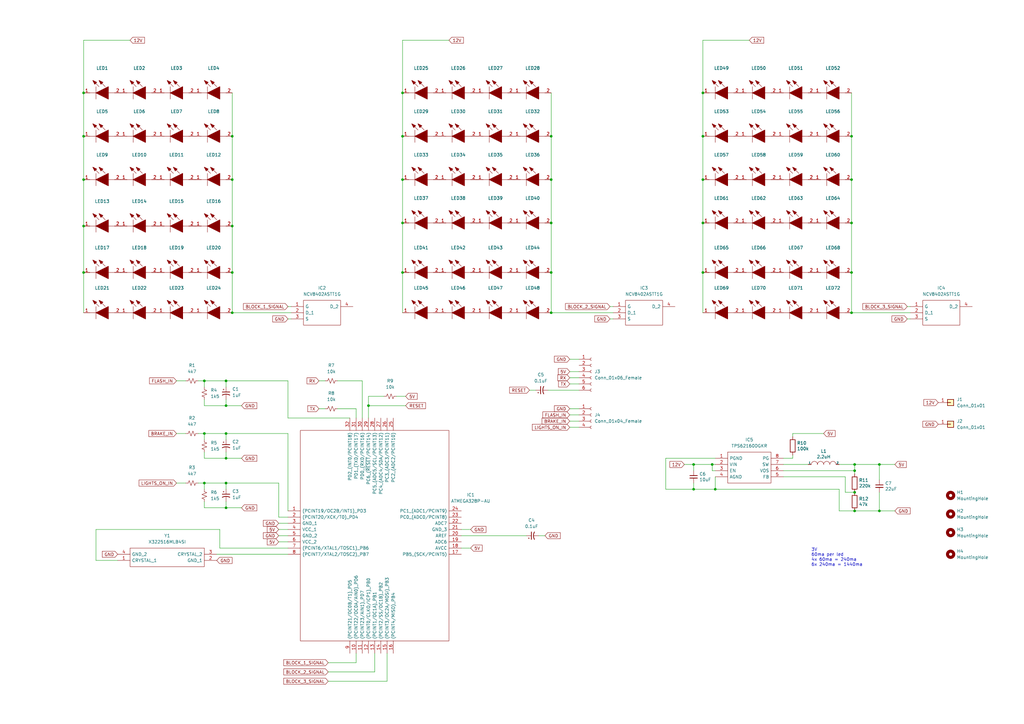
<source format=kicad_sch>
(kicad_sch (version 20211123) (generator eeschema)
  (paper "A3")
  (junction (at 34.29 55.88))
  (junction (at 293.37 200.66))
  (junction (at 95.25 111.76))
  (junction (at 95.25 55.88))
  (junction (at 92.71 208.28))
  (junction (at 284.48 190.5))
  (junction (at 34.29 92.71))
  (junction (at 292.1 190.5))
  (junction (at 284.48 200.66))
  (junction (at 34.29 111.76))
  (junction (at 165.1 111.76))
  (junction (at 165.1 91.44))
  (junction (at 288.29 55.88))
  (junction (at 288.29 38.1))
  (junction (at 360.68 190.5))
  (junction (at 92.71 177.8))
  (junction (at 288.29 91.44))
  (junction (at 350.52 193.04))
  (junction (at 83.82 156.21))
  (junction (at 349.25 91.44))
  (junction (at 288.29 111.76))
  (junction (at 349.25 55.88))
  (junction (at 349.25 111.76))
  (junction (at 226.06 128.27))
  (junction (at 95.25 73.66))
  (junction (at 350.52 209.55))
  (junction (at 92.71 156.21))
  (junction (at 360.68 209.55))
  (junction (at 226.06 111.76))
  (junction (at 349.25 128.27))
  (junction (at 226.06 91.44))
  (junction (at 34.29 73.66))
  (junction (at 83.82 177.8))
  (junction (at 95.25 128.27))
  (junction (at 349.25 73.66))
  (junction (at 34.29 38.1))
  (junction (at 83.82 198.12))
  (junction (at 165.1 55.88))
  (junction (at 350.52 201.93))
  (junction (at 288.29 73.66))
  (junction (at 226.06 55.88))
  (junction (at 350.52 190.5))
  (junction (at 92.71 198.12))
  (junction (at 95.25 92.71))
  (junction (at 165.1 73.66))
  (junction (at 226.06 73.66))
  (junction (at 92.71 166.37))
  (junction (at 92.71 187.96))
  (junction (at 151.13 166.37))
  (junction (at 165.1 38.1))
  (wire (pts (xy 83.82 205.74) (xy 83.82 208.28)))
  (wire (pts (xy 83.82 177.8) (xy 83.82 180.34)))
  (wire (pts (xy 114.3 219.71) (xy 118.11 219.71)))
  (wire (pts (xy 288.29 111.76) (xy 288.29 128.27)))
  (wire (pts (xy 360.68 190.5) (xy 360.68 196.85)))
  (wire (pts (xy 92.71 205.74) (xy 92.71 208.28)))
  (wire (pts (xy 226.06 73.66) (xy 226.06 91.44)))
  (wire (pts (xy 321.31 193.04) (xy 350.52 193.04)))
  (wire (pts (xy 34.29 38.1) (xy 34.29 16.51)))
  (wire (pts (xy 284.48 193.04) (xy 284.48 190.5)))
  (wire (pts (xy 350.52 209.55) (xy 360.68 209.55)))
  (wire (pts (xy 226.06 128.27) (xy 251.46 128.27)))
  (wire (pts (xy 146.05 267.97) (xy 146.05 271.78)))
  (wire (pts (xy 83.82 187.96) (xy 92.71 187.96)))
  (wire (pts (xy 193.04 224.79) (xy 189.23 224.79)))
  (wire (pts (xy 34.29 55.88) (xy 34.29 73.66)))
  (wire (pts (xy 92.71 185.42) (xy 92.71 187.96)))
  (wire (pts (xy 72.39 198.12) (xy 76.2 198.12)))
  (wire (pts (xy 293.37 187.96) (xy 273.05 187.96)))
  (wire (pts (xy 92.71 198.12) (xy 114.3 198.12)))
  (wire (pts (xy 233.68 170.18) (xy 237.49 170.18)))
  (wire (pts (xy 92.71 198.12) (xy 92.71 200.66)))
  (wire (pts (xy 48.26 229.87) (xy 39.37 229.87)))
  (wire (pts (xy 288.29 91.44) (xy 288.29 111.76)))
  (wire (pts (xy 151.13 166.37) (xy 166.37 166.37)))
  (wire (pts (xy 83.82 177.8) (xy 81.28 177.8)))
  (wire (pts (xy 226.06 91.44) (xy 226.06 111.76)))
  (wire (pts (xy 151.13 171.45) (xy 151.13 166.37)))
  (wire (pts (xy 118.11 125.73) (xy 119.38 125.73)))
  (wire (pts (xy 288.29 38.1) (xy 288.29 16.51)))
  (wire (pts (xy 346.71 195.58) (xy 346.71 201.93)))
  (wire (pts (xy 288.29 38.1) (xy 288.29 55.88)))
  (wire (pts (xy 321.31 195.58) (xy 346.71 195.58)))
  (wire (pts (xy 217.17 160.02) (xy 219.71 160.02)))
  (wire (pts (xy 114.3 198.12) (xy 114.3 212.09)))
  (wire (pts (xy 118.11 171.45) (xy 143.51 171.45)))
  (wire (pts (xy 165.1 16.51) (xy 184.15 16.51)))
  (wire (pts (xy 34.29 73.66) (xy 34.29 92.71)))
  (wire (pts (xy 250.19 125.73) (xy 251.46 125.73)))
  (wire (pts (xy 350.52 190.5) (xy 360.68 190.5)))
  (wire (pts (xy 95.25 128.27) (xy 119.38 128.27)))
  (wire (pts (xy 292.1 190.5) (xy 293.37 190.5)))
  (wire (pts (xy 292.1 193.04) (xy 293.37 193.04)))
  (wire (pts (xy 118.11 156.21) (xy 118.11 171.45)))
  (wire (pts (xy 118.11 130.81) (xy 119.38 130.81)))
  (wire (pts (xy 273.05 200.66) (xy 284.48 200.66)))
  (wire (pts (xy 114.3 212.09) (xy 118.11 212.09)))
  (wire (pts (xy 284.48 190.5) (xy 292.1 190.5)))
  (wire (pts (xy 293.37 200.66) (xy 293.37 195.58)))
  (wire (pts (xy 349.25 55.88) (xy 349.25 73.66)))
  (wire (pts (xy 151.13 166.37) (xy 151.13 162.56)))
  (wire (pts (xy 349.25 73.66) (xy 349.25 91.44)))
  (wire (pts (xy 88.9 227.33) (xy 118.11 227.33)))
  (wire (pts (xy 165.1 73.66) (xy 165.1 91.44)))
  (wire (pts (xy 83.82 208.28) (xy 92.71 208.28)))
  (wire (pts (xy 146.05 171.45) (xy 146.05 167.64)))
  (wire (pts (xy 130.81 167.64) (xy 133.35 167.64)))
  (wire (pts (xy 95.25 38.1) (xy 95.25 55.88)))
  (wire (pts (xy 34.29 16.51) (xy 53.34 16.51)))
  (wire (pts (xy 138.43 156.21) (xy 148.59 156.21)))
  (wire (pts (xy 95.25 92.71) (xy 95.25 111.76)))
  (wire (pts (xy 134.62 275.59) (xy 153.67 275.59)))
  (wire (pts (xy 226.06 55.88) (xy 226.06 73.66)))
  (wire (pts (xy 83.82 156.21) (xy 83.82 158.75)))
  (wire (pts (xy 349.25 128.27) (xy 373.38 128.27)))
  (wire (pts (xy 372.11 125.73) (xy 373.38 125.73)))
  (wire (pts (xy 344.17 200.66) (xy 344.17 209.55)))
  (wire (pts (xy 92.71 177.8) (xy 92.71 180.34)))
  (wire (pts (xy 95.25 73.66) (xy 95.25 92.71)))
  (wire (pts (xy 34.29 111.76) (xy 34.29 128.27)))
  (wire (pts (xy 92.71 156.21) (xy 118.11 156.21)))
  (wire (pts (xy 92.71 208.28) (xy 99.06 208.28)))
  (wire (pts (xy 284.48 198.12) (xy 284.48 200.66)))
  (wire (pts (xy 83.82 156.21) (xy 81.28 156.21)))
  (wire (pts (xy 165.1 111.76) (xy 165.1 128.27)))
  (wire (pts (xy 83.82 166.37) (xy 92.71 166.37)))
  (wire (pts (xy 130.81 156.21) (xy 133.35 156.21)))
  (wire (pts (xy 83.82 163.83) (xy 83.82 166.37)))
  (wire (pts (xy 349.25 111.76) (xy 349.25 128.27)))
  (wire (pts (xy 165.1 38.1) (xy 165.1 55.88)))
  (wire (pts (xy 233.68 157.48) (xy 237.49 157.48)))
  (wire (pts (xy 360.68 209.55) (xy 367.03 209.55)))
  (wire (pts (xy 226.06 38.1) (xy 226.06 55.88)))
  (wire (pts (xy 233.68 152.4) (xy 237.49 152.4)))
  (wire (pts (xy 288.29 55.88) (xy 288.29 73.66)))
  (wire (pts (xy 153.67 275.59) (xy 153.67 267.97)))
  (wire (pts (xy 288.29 73.66) (xy 288.29 91.44)))
  (wire (pts (xy 34.29 38.1) (xy 34.29 55.88)))
  (wire (pts (xy 223.52 219.71) (xy 220.98 219.71)))
  (wire (pts (xy 158.75 279.4) (xy 158.75 267.97)))
  (wire (pts (xy 349.25 38.1) (xy 349.25 55.88)))
  (wire (pts (xy 233.68 172.72) (xy 237.49 172.72)))
  (wire (pts (xy 148.59 156.21) (xy 148.59 171.45)))
  (wire (pts (xy 193.04 217.17) (xy 189.23 217.17)))
  (wire (pts (xy 350.52 194.31) (xy 350.52 193.04)))
  (wire (pts (xy 346.71 201.93) (xy 350.52 201.93)))
  (wire (pts (xy 349.25 91.44) (xy 349.25 111.76)))
  (wire (pts (xy 114.3 217.17) (xy 118.11 217.17)))
  (wire (pts (xy 34.29 92.71) (xy 34.29 111.76)))
  (wire (pts (xy 337.82 177.8) (xy 325.12 177.8)))
  (wire (pts (xy 92.71 177.8) (xy 83.82 177.8)))
  (wire (pts (xy 233.68 147.32) (xy 237.49 147.32)))
  (wire (pts (xy 83.82 185.42) (xy 83.82 187.96)))
  (wire (pts (xy 292.1 190.5) (xy 292.1 193.04)))
  (wire (pts (xy 344.17 209.55) (xy 350.52 209.55)))
  (wire (pts (xy 72.39 156.21) (xy 76.2 156.21)))
  (wire (pts (xy 83.82 198.12) (xy 83.82 200.66)))
  (wire (pts (xy 189.23 219.71) (xy 215.9 219.71)))
  (wire (pts (xy 273.05 187.96) (xy 273.05 200.66)))
  (wire (pts (xy 92.71 177.8) (xy 118.11 177.8)))
  (wire (pts (xy 95.25 55.88) (xy 95.25 73.66)))
  (wire (pts (xy 151.13 162.56) (xy 157.48 162.56)))
  (wire (pts (xy 321.31 190.5) (xy 331.47 190.5)))
  (wire (pts (xy 325.12 177.8) (xy 325.12 179.07)))
  (wire (pts (xy 92.71 163.83) (xy 92.71 166.37)))
  (wire (pts (xy 372.11 130.81) (xy 373.38 130.81)))
  (wire (pts (xy 233.68 167.64) (xy 237.49 167.64)))
  (wire (pts (xy 233.68 175.26) (xy 237.49 175.26)))
  (wire (pts (xy 226.06 111.76) (xy 226.06 128.27)))
  (wire (pts (xy 233.68 154.94) (xy 237.49 154.94)))
  (wire (pts (xy 92.71 156.21) (xy 83.82 156.21)))
  (wire (pts (xy 134.62 279.4) (xy 158.75 279.4)))
  (wire (pts (xy 165.1 91.44) (xy 165.1 111.76)))
  (wire (pts (xy 39.37 217.17) (xy 90.17 217.17)))
  (wire (pts (xy 83.82 198.12) (xy 81.28 198.12)))
  (wire (pts (xy 92.71 156.21) (xy 92.71 158.75)))
  (wire (pts (xy 92.71 187.96) (xy 99.06 187.96)))
  (wire (pts (xy 72.39 177.8) (xy 76.2 177.8)))
  (wire (pts (xy 114.3 214.63) (xy 118.11 214.63)))
  (wire (pts (xy 165.1 38.1) (xy 165.1 16.51)))
  (wire (pts (xy 280.67 190.5) (xy 284.48 190.5)))
  (wire (pts (xy 321.31 187.96) (xy 325.12 187.96)))
  (wire (pts (xy 250.19 130.81) (xy 251.46 130.81)))
  (wire (pts (xy 166.37 162.56) (xy 162.56 162.56)))
  (wire (pts (xy 118.11 177.8) (xy 118.11 209.55)))
  (wire (pts (xy 288.29 16.51) (xy 307.34 16.51)))
  (wire (pts (xy 146.05 271.78) (xy 134.62 271.78)))
  (wire (pts (xy 95.25 111.76) (xy 95.25 128.27)))
  (wire (pts (xy 350.52 193.04) (xy 350.52 190.5)))
  (wire (pts (xy 39.37 229.87) (xy 39.37 217.17)))
  (wire (pts (xy 138.43 167.64) (xy 146.05 167.64)))
  (wire (pts (xy 92.71 166.37) (xy 99.06 166.37)))
  (wire (pts (xy 92.71 198.12) (xy 83.82 198.12)))
  (wire (pts (xy 114.3 222.25) (xy 118.11 222.25)))
  (wire (pts (xy 360.68 190.5) (xy 367.03 190.5)))
  (wire (pts (xy 350.52 190.5) (xy 344.17 190.5)))
  (wire (pts (xy 224.79 160.02) (xy 237.49 160.02)))
  (wire (pts (xy 165.1 55.88) (xy 165.1 73.66)))
  (wire (pts (xy 360.68 209.55) (xy 360.68 201.93)))
  (wire (pts (xy 325.12 187.96) (xy 325.12 186.69)))
  (wire (pts (xy 293.37 200.66) (xy 344.17 200.66)))
  (wire (pts (xy 90.17 224.79) (xy 118.11 224.79)))
  (wire (pts (xy 284.48 200.66) (xy 293.37 200.66)))
  (wire (pts (xy 90.17 217.17) (xy 90.17 224.79)))
  (text "3V\n60ma per led\n4x 60ma = 240ma\n6x 240ma = 1440ma\n" (at 332.74 232.41 0) (effects (font (size 1.27 1.27)) (justify left bottom)))
  (global_label "GND" (shape input) (at 250.19 130.81 180) (property "Intersheet References" "${INTERSHEET_REFS}" (effects hide)))
  (global_label "5V" (shape input) (at 166.37 162.56 0) (property "Intersheet References" "${INTERSHEET_REFS}" (effects hide)))
  (global_label "5V" (shape input) (at 337.82 177.8 0) (property "Intersheet References" "${INTERSHEET_REFS}" (effects hide)))
  (global_label "GND" (shape input) (at 384.81 173.99 180) (property "Intersheet References" "${INTERSHEET_REFS}" (effects hide)))
  (global_label "5V" (shape input) (at 114.3 222.25 180) (property "Intersheet References" "${INTERSHEET_REFS}" (effects hide)))
  (global_label "GND" (shape input) (at 99.06 187.96 0) (property "Intersheet References" "${INTERSHEET_REFS}" (effects hide)))
  (global_label "TX" (shape input) (at 233.68 157.48 180) (property "Intersheet References" "${INTERSHEET_REFS}" (effects hide)))
  (global_label "GND" (shape input) (at 223.52 219.71 0) (property "Intersheet References" "${INTERSHEET_REFS}" (effects hide)))
  (global_label "BLOCK_2_SIGNAL" (shape input) (at 250.19 125.73 180) (property "Intersheet References" "${INTERSHEET_REFS}" (effects hide)))
  (global_label "12V" (shape input) (at 53.34 16.51 0) (property "Intersheet References" "${INTERSHEET_REFS}" (effects hide)))
  (global_label "GND" (shape input) (at 233.68 167.64 180) (property "Intersheet References" "${INTERSHEET_REFS}" (effects hide)))
  (global_label "BLOCK_2_SIGNAL" (shape input) (at 134.62 275.59 180) (property "Intersheet References" "${INTERSHEET_REFS}" (effects hide)))
  (global_label "BLOCK_1_SIGNAL" (shape input) (at 118.11 125.73 180) (property "Intersheet References" "${INTERSHEET_REFS}" (effects hide)))
  (global_label "LIGHTS_ON_IN" (shape input) (at 72.39 198.12 180) (property "Intersheet References" "${INTERSHEET_REFS}" (effects hide)))
  (global_label "GND" (shape input) (at 99.06 166.37 0) (property "Intersheet References" "${INTERSHEET_REFS}" (effects hide)))
  (global_label "BRAKE_IN" (shape input) (at 233.68 172.72 180) (property "Intersheet References" "${INTERSHEET_REFS}" (effects hide)))
  (global_label "BLOCK_1_SIGNAL" (shape input) (at 134.62 271.78 180) (property "Intersheet References" "${INTERSHEET_REFS}" (effects hide)))
  (global_label "RX" (shape input) (at 130.81 156.21 180) (property "Intersheet References" "${INTERSHEET_REFS}" (effects hide)))
  (global_label "RX" (shape input) (at 233.68 154.94 180) (property "Intersheet References" "${INTERSHEET_REFS}" (effects hide)))
  (global_label "5V" (shape input) (at 114.3 217.17 180) (property "Intersheet References" "${INTERSHEET_REFS}" (effects hide)))
  (global_label "GND" (shape input) (at 114.3 214.63 180) (property "Intersheet References" "${INTERSHEET_REFS}" (effects hide)))
  (global_label "GND" (shape input) (at 48.26 227.33 180) (property "Intersheet References" "${INTERSHEET_REFS}" (effects hide)))
  (global_label "GND" (shape input) (at 88.9 229.87 0) (property "Intersheet References" "${INTERSHEET_REFS}" (effects hide)))
  (global_label "BRAKE_IN" (shape input) (at 72.39 177.8 180) (property "Intersheet References" "${INTERSHEET_REFS}" (effects hide)))
  (global_label "5V" (shape input) (at 193.04 224.79 0) (property "Intersheet References" "${INTERSHEET_REFS}" (effects hide)))
  (global_label "GND" (shape input) (at 372.11 130.81 180) (property "Intersheet References" "${INTERSHEET_REFS}" (effects hide)))
  (global_label "BLOCK_3_SIGNAL" (shape input) (at 134.62 279.4 180) (property "Intersheet References" "${INTERSHEET_REFS}" (effects hide)))
  (global_label "12V" (shape input) (at 184.15 16.51 0) (property "Intersheet References" "${INTERSHEET_REFS}" (effects hide)))
  (global_label "FLASH_IN" (shape input) (at 233.68 170.18 180) (property "Intersheet References" "${INTERSHEET_REFS}" (effects hide)))
  (global_label "12V" (shape input) (at 384.81 165.1 180) (property "Intersheet References" "${INTERSHEET_REFS}" (effects hide)))
  (global_label "GND" (shape input) (at 193.04 217.17 0) (property "Intersheet References" "${INTERSHEET_REFS}" (effects hide)))
  (global_label "GND" (shape input) (at 99.06 208.28 0) (property "Intersheet References" "${INTERSHEET_REFS}" (effects hide)))
  (global_label "TX" (shape input) (at 130.81 167.64 180) (property "Intersheet References" "${INTERSHEET_REFS}" (effects hide)))
  (global_label "5V" (shape input) (at 367.03 190.5 0) (property "Intersheet References" "${INTERSHEET_REFS}" (effects hide)))
  (global_label "BLOCK_3_SIGNAL" (shape input) (at 372.11 125.73 180) (property "Intersheet References" "${INTERSHEET_REFS}" (effects hide)))
  (global_label "LIGHTS_ON_IN" (shape input) (at 233.68 175.26 180) (property "Intersheet References" "${INTERSHEET_REFS}" (effects hide)))
  (global_label "GND" (shape input) (at 367.03 209.55 0) (property "Intersheet References" "${INTERSHEET_REFS}" (effects hide)))
  (global_label "GND" (shape input) (at 114.3 219.71 180) (property "Intersheet References" "${INTERSHEET_REFS}" (effects hide)))
  (global_label "12V" (shape input) (at 307.34 16.51 0) (property "Intersheet References" "${INTERSHEET_REFS}" (effects hide)))
  (global_label "12V" (shape input) (at 280.67 190.5 180) (property "Intersheet References" "${INTERSHEET_REFS}" (effects hide)))
  (global_label "GND" (shape input) (at 233.68 147.32 180) (property "Intersheet References" "${INTERSHEET_REFS}" (effects hide)))
  (global_label "FLASH_IN" (shape input) (at 72.39 156.21 180) (property "Intersheet References" "${INTERSHEET_REFS}" (effects hide)))
  (global_label "5V" (shape input) (at 233.68 152.4 180) (property "Intersheet References" "${INTERSHEET_REFS}" (effects hide)))
  (global_label "GND" (shape input) (at 118.11 130.81 180) (property "Intersheet References" "${INTERSHEET_REFS}" (effects hide)))
  (global_label "RESET" (shape input) (at 166.37 166.37 0) (property "Intersheet References" "${INTERSHEET_REFS}" (effects hide)))
  (global_label "RESET" (shape input) (at 217.17 160.02 180) (property "Intersheet References" "${INTERSHEET_REFS}" (effects hide)))
  (symbol (lib_id "Device:HL-AM-2835H421W-S1-08-HR3") (at 318.77 91.44 0) (unit 1)
    (property "Reference" "LED63" (at 326.39 81.28 0))
    (property "Value" "HL-AM-2835H421W-S1-08-HR3" (effects hide))
    (property "Footprint" "HLAM2835H421WS108HR3" (effects hide))
    (property "Datasheet" "https://datasheet.lcsc.com/lcsc/2009091105_HONGLITRONIC-Hongli-Zhihui--HONGLITRONIC--HL-AM-2835H421W-S1-08-HR3_C210316.pdf" (effects hide))
    (property "Description" "Light-Emitting Diode PLCC2 2835, warm white 3000K, 5-step, typ. 27lm/60mA, 2.8-3.4V, CRI min 80, 120 deg, yellow..." (effects hide))
    (property "Height" "0.75" (effects hide))
    (property "Manufacturer_Name" "Hongli Zhihui (HONGLITRONIC)" (effects hide))
    (property "Manufacturer_Part_Number" "HL-AM-2835H421W-S1-08-HR3" (effects hide))
  )
  (symbol (lib_id "Device:C_Small") (at 284.48 195.58 0) (unit 1)
    (property "Reference" "C6" (at 286.8168 194.4116 0) (effects (justify left)))
    (property "Value" "10uF" (at 286.8168 196.723 0) (effects (justify left)))
    (property "Footprint" "Capacitor_SMD:C_0603_1608Metric" (effects hide))
  )
  (symbol (lib_id "Device:R") (at 350.52 198.12 0) (unit 1)
    (property "Reference" "R11" (at 352.298 196.9516 0) (effects (justify left)))
    (property "Value" "220k" (at 352.298 199.263 0) (effects (justify left)))
    (property "Footprint" "Resistor_SMD:R_0805_2012Metric" (effects hide))
  )
  (symbol (lib_id "Device:HL-AM-2835H421W-S1-08-HR3") (at 64.77 73.66 0) (unit 1)
    (property "Reference" "LED11" (at 72.39 63.5 0))
    (property "Value" "HL-AM-2835H421W-S1-08-HR3" (effects hide))
    (property "Footprint" "HLAM2835H421WS108HR3" (effects hide))
    (property "Datasheet" "https://datasheet.lcsc.com/lcsc/2009091105_HONGLITRONIC-Hongli-Zhihui--HONGLITRONIC--HL-AM-2835H421W-S1-08-HR3_C210316.pdf" (effects hide))
    (property "Description" "Light-Emitting Diode PLCC2 2835, warm white 3000K, 5-step, typ. 27lm/60mA, 2.8-3.4V, CRI min 80, 120 deg, yellow..." (effects hide))
    (property "Height" "0.75" (effects hide))
    (property "Manufacturer_Name" "Hongli Zhihui (HONGLITRONIC)" (effects hide))
    (property "Manufacturer_Part_Number" "HL-AM-2835H421W-S1-08-HR3" (effects hide))
  )
  (symbol (lib_id "Device:HL-AM-2835H421W-S1-08-HR3") (at 334.01 73.66 0) (unit 1)
    (property "Reference" "LED60" (at 341.63 63.5 0))
    (property "Value" "HL-AM-2835H421W-S1-08-HR3" (effects hide))
    (property "Footprint" "HLAM2835H421WS108HR3" (effects hide))
    (property "Datasheet" "https://datasheet.lcsc.com/lcsc/2009091105_HONGLITRONIC-Hongli-Zhihui--HONGLITRONIC--HL-AM-2835H421W-S1-08-HR3_C210316.pdf" (effects hide))
    (property "Description" "Light-Emitting Diode PLCC2 2835, warm white 3000K, 5-step, typ. 27lm/60mA, 2.8-3.4V, CRI min 80, 120 deg, yellow..." (effects hide))
    (property "Height" "0.75" (effects hide))
    (property "Manufacturer_Name" "Hongli Zhihui (HONGLITRONIC)" (effects hide))
    (property "Manufacturer_Part_Number" "HL-AM-2835H421W-S1-08-HR3" (effects hide))
  )
  (symbol (lib_id "Device:HL-AM-2835H421W-S1-08-HR3") (at 334.01 91.44 0) (unit 1)
    (property "Reference" "LED64" (at 341.63 81.28 0))
    (property "Value" "HL-AM-2835H421W-S1-08-HR3" (effects hide))
    (property "Footprint" "HLAM2835H421WS108HR3" (effects hide))
    (property "Datasheet" "https://datasheet.lcsc.com/lcsc/2009091105_HONGLITRONIC-Hongli-Zhihui--HONGLITRONIC--HL-AM-2835H421W-S1-08-HR3_C210316.pdf" (effects hide))
    (property "Description" "Light-Emitting Diode PLCC2 2835, warm white 3000K, 5-step, typ. 27lm/60mA, 2.8-3.4V, CRI min 80, 120 deg, yellow..." (effects hide))
    (property "Height" "0.75" (effects hide))
    (property "Manufacturer_Name" "Hongli Zhihui (HONGLITRONIC)" (effects hide))
    (property "Manufacturer_Part_Number" "HL-AM-2835H421W-S1-08-HR3" (effects hide))
  )
  (symbol (lib_id "Device:HL-AM-2835H421W-S1-08-HR3") (at 34.29 128.27 0) (unit 1)
    (property "Reference" "LED21" (at 41.91 118.11 0))
    (property "Value" "HL-AM-2835H421W-S1-08-HR3" (effects hide))
    (property "Footprint" "HLAM2835H421WS108HR3" (effects hide))
    (property "Datasheet" "https://datasheet.lcsc.com/lcsc/2009091105_HONGLITRONIC-Hongli-Zhihui--HONGLITRONIC--HL-AM-2835H421W-S1-08-HR3_C210316.pdf" (effects hide))
    (property "Description" "Light-Emitting Diode PLCC2 2835, warm white 3000K, 5-step, typ. 27lm/60mA, 2.8-3.4V, CRI min 80, 120 deg, yellow..." (effects hide))
    (property "Height" "0.75" (effects hide))
    (property "Manufacturer_Name" "Hongli Zhihui (HONGLITRONIC)" (effects hide))
    (property "Manufacturer_Part_Number" "HL-AM-2835H421W-S1-08-HR3" (effects hide))
  )
  (symbol (lib_id "Device:C_Polarized_Small_US") (at 92.71 182.88 0) (unit 1)
    (property "Reference" "C2" (at 95.25 181.1781 0) (effects (justify left)))
    (property "Value" "1uF" (at 95.25 183.7181 0) (effects (justify left)))
    (property "Footprint" "Capacitor_SMD:C_0603_1608Metric" (effects hide))
  )
  (symbol (lib_id "Mechanical:MountingHole") (at 389.89 210.82 0) (unit 1)
    (property "Reference" "H2" (at 392.43 209.5499 0) (effects (justify left)))
    (property "Value" "MountingHole" (at 392.43 212.0899 0) (effects (justify left)))
    (property "Footprint" "MountingHole:MountingHole_2.5mm_Pad" (effects hide))
  )
  (symbol (lib_id "Device:HL-AM-2835H421W-S1-08-HR3") (at 180.34 111.76 0) (unit 1)
    (property "Reference" "LED42" (at 187.96 101.6 0))
    (property "Value" "HL-AM-2835H421W-S1-08-HR3" (effects hide))
    (property "Footprint" "HLAM2835H421WS108HR3" (effects hide))
    (property "Datasheet" "https://datasheet.lcsc.com/lcsc/2009091105_HONGLITRONIC-Hongli-Zhihui--HONGLITRONIC--HL-AM-2835H421W-S1-08-HR3_C210316.pdf" (effects hide))
    (property "Description" "Light-Emitting Diode PLCC2 2835, warm white 3000K, 5-step, typ. 27lm/60mA, 2.8-3.4V, CRI min 80, 120 deg, yellow..." (effects hide))
    (property "Height" "0.75" (effects hide))
    (property "Manufacturer_Name" "Hongli Zhihui (HONGLITRONIC)" (effects hide))
    (property "Manufacturer_Part_Number" "HL-AM-2835H421W-S1-08-HR3" (effects hide))
  )
  (symbol (lib_id "Device:HL-AM-2835H421W-S1-08-HR3") (at 49.53 128.27 0) (unit 1)
    (property "Reference" "LED22" (at 57.15 118.11 0))
    (property "Value" "HL-AM-2835H421W-S1-08-HR3" (effects hide))
    (property "Footprint" "HLAM2835H421WS108HR3" (effects hide))
    (property "Datasheet" "https://datasheet.lcsc.com/lcsc/2009091105_HONGLITRONIC-Hongli-Zhihui--HONGLITRONIC--HL-AM-2835H421W-S1-08-HR3_C210316.pdf" (effects hide))
    (property "Description" "Light-Emitting Diode PLCC2 2835, warm white 3000K, 5-step, typ. 27lm/60mA, 2.8-3.4V, CRI min 80, 120 deg, yellow..." (effects hide))
    (property "Height" "0.75" (effects hide))
    (property "Manufacturer_Name" "Hongli Zhihui (HONGLITRONIC)" (effects hide))
    (property "Manufacturer_Part_Number" "HL-AM-2835H421W-S1-08-HR3" (effects hide))
  )
  (symbol (lib_id "Device:HL-AM-2835H421W-S1-08-HR3") (at 195.58 91.44 0) (unit 1)
    (property "Reference" "LED39" (at 203.2 81.28 0))
    (property "Value" "HL-AM-2835H421W-S1-08-HR3" (effects hide))
    (property "Footprint" "HLAM2835H421WS108HR3" (effects hide))
    (property "Datasheet" "https://datasheet.lcsc.com/lcsc/2009091105_HONGLITRONIC-Hongli-Zhihui--HONGLITRONIC--HL-AM-2835H421W-S1-08-HR3_C210316.pdf" (effects hide))
    (property "Description" "Light-Emitting Diode PLCC2 2835, warm white 3000K, 5-step, typ. 27lm/60mA, 2.8-3.4V, CRI min 80, 120 deg, yellow..." (effects hide))
    (property "Height" "0.75" (effects hide))
    (property "Manufacturer_Name" "Hongli Zhihui (HONGLITRONIC)" (effects hide))
    (property "Manufacturer_Part_Number" "HL-AM-2835H421W-S1-08-HR3" (effects hide))
  )
  (symbol (lib_id "Device:HL-AM-2835H421W-S1-08-HR3") (at 195.58 38.1 0) (unit 1)
    (property "Reference" "LED27" (at 203.2 27.94 0))
    (property "Value" "HL-AM-2835H421W-S1-08-HR3" (effects hide))
    (property "Footprint" "HLAM2835H421WS108HR3" (effects hide))
    (property "Datasheet" "https://datasheet.lcsc.com/lcsc/2009091105_HONGLITRONIC-Hongli-Zhihui--HONGLITRONIC--HL-AM-2835H421W-S1-08-HR3_C210316.pdf" (effects hide))
    (property "Description" "Light-Emitting Diode PLCC2 2835, warm white 3000K, 5-step, typ. 27lm/60mA, 2.8-3.4V, CRI min 80, 120 deg, yellow..." (effects hide))
    (property "Height" "0.75" (effects hide))
    (property "Manufacturer_Name" "Hongli Zhihui (HONGLITRONIC)" (effects hide))
    (property "Manufacturer_Part_Number" "HL-AM-2835H421W-S1-08-HR3" (effects hide))
  )
  (symbol (lib_id "Device:HL-AM-2835H421W-S1-08-HR3") (at 80.01 73.66 0) (unit 1)
    (property "Reference" "LED12" (at 87.63 63.5 0))
    (property "Value" "HL-AM-2835H421W-S1-08-HR3" (effects hide))
    (property "Footprint" "HLAM2835H421WS108HR3" (effects hide))
    (property "Datasheet" "https://datasheet.lcsc.com/lcsc/2009091105_HONGLITRONIC-Hongli-Zhihui--HONGLITRONIC--HL-AM-2835H421W-S1-08-HR3_C210316.pdf" (effects hide))
    (property "Description" "Light-Emitting Diode PLCC2 2835, warm white 3000K, 5-step, typ. 27lm/60mA, 2.8-3.4V, CRI min 80, 120 deg, yellow..." (effects hide))
    (property "Height" "0.75" (effects hide))
    (property "Manufacturer_Name" "Hongli Zhihui (HONGLITRONIC)" (effects hide))
    (property "Manufacturer_Part_Number" "HL-AM-2835H421W-S1-08-HR3" (effects hide))
  )
  (symbol (lib_id "Mechanical:MountingHole") (at 389.89 203.2 0) (unit 1)
    (property "Reference" "H1" (at 392.43 201.9299 0) (effects (justify left)))
    (property "Value" "MountingHole" (at 392.43 204.4699 0) (effects (justify left)))
    (property "Footprint" "MountingHole:MountingHole_2.5mm_Pad" (effects hide))
  )
  (symbol (lib_id "Device:HL-AM-2835H421W-S1-08-HR3") (at 34.29 73.66 0) (unit 1)
    (property "Reference" "LED9" (at 41.91 63.5 0))
    (property "Value" "HL-AM-2835H421W-S1-08-HR3" (effects hide))
    (property "Footprint" "HLAM2835H421WS108HR3" (effects hide))
    (property "Datasheet" "https://datasheet.lcsc.com/lcsc/2009091105_HONGLITRONIC-Hongli-Zhihui--HONGLITRONIC--HL-AM-2835H421W-S1-08-HR3_C210316.pdf" (effects hide))
    (property "Description" "Light-Emitting Diode PLCC2 2835, warm white 3000K, 5-step, typ. 27lm/60mA, 2.8-3.4V, CRI min 80, 120 deg, yellow..." (effects hide))
    (property "Height" "0.75" (effects hide))
    (property "Manufacturer_Name" "Hongli Zhihui (HONGLITRONIC)" (effects hide))
    (property "Manufacturer_Part_Number" "HL-AM-2835H421W-S1-08-HR3" (effects hide))
  )
  (symbol (lib_id "Device:HL-AM-2835H421W-S1-08-HR3") (at 49.53 92.71 0) (unit 1)
    (property "Reference" "LED14" (at 57.15 82.55 0))
    (property "Value" "HL-AM-2835H421W-S1-08-HR3" (effects hide))
    (property "Footprint" "HLAM2835H421WS108HR3" (effects hide))
    (property "Datasheet" "https://datasheet.lcsc.com/lcsc/2009091105_HONGLITRONIC-Hongli-Zhihui--HONGLITRONIC--HL-AM-2835H421W-S1-08-HR3_C210316.pdf" (effects hide))
    (property "Description" "Light-Emitting Diode PLCC2 2835, warm white 3000K, 5-step, typ. 27lm/60mA, 2.8-3.4V, CRI min 80, 120 deg, yellow..." (effects hide))
    (property "Height" "0.75" (effects hide))
    (property "Manufacturer_Name" "Hongli Zhihui (HONGLITRONIC)" (effects hide))
    (property "Manufacturer_Part_Number" "HL-AM-2835H421W-S1-08-HR3" (effects hide))
  )
  (symbol (lib_id "Device:HL-AM-2835H421W-S1-08-HR3") (at 64.77 128.27 0) (unit 1)
    (property "Reference" "LED23" (at 72.39 118.11 0))
    (property "Value" "HL-AM-2835H421W-S1-08-HR3" (effects hide))
    (property "Footprint" "HLAM2835H421WS108HR3" (effects hide))
    (property "Datasheet" "https://datasheet.lcsc.com/lcsc/2009091105_HONGLITRONIC-Hongli-Zhihui--HONGLITRONIC--HL-AM-2835H421W-S1-08-HR3_C210316.pdf" (effects hide))
    (property "Description" "Light-Emitting Diode PLCC2 2835, warm white 3000K, 5-step, typ. 27lm/60mA, 2.8-3.4V, CRI min 80, 120 deg, yellow..." (effects hide))
    (property "Height" "0.75" (effects hide))
    (property "Manufacturer_Name" "Hongli Zhihui (HONGLITRONIC)" (effects hide))
    (property "Manufacturer_Part_Number" "HL-AM-2835H421W-S1-08-HR3" (effects hide))
  )
  (symbol (lib_id "Device:HL-AM-2835H421W-S1-08-HR3") (at 303.53 128.27 0) (unit 1)
    (property "Reference" "LED70" (at 311.15 118.11 0))
    (property "Value" "HL-AM-2835H421W-S1-08-HR3" (effects hide))
    (property "Footprint" "HLAM2835H421WS108HR3" (effects hide))
    (property "Datasheet" "https://datasheet.lcsc.com/lcsc/2009091105_HONGLITRONIC-Hongli-Zhihui--HONGLITRONIC--HL-AM-2835H421W-S1-08-HR3_C210316.pdf" (effects hide))
    (property "Description" "Light-Emitting Diode PLCC2 2835, warm white 3000K, 5-step, typ. 27lm/60mA, 2.8-3.4V, CRI min 80, 120 deg, yellow..." (effects hide))
    (property "Height" "0.75" (effects hide))
    (property "Manufacturer_Name" "Hongli Zhihui (HONGLITRONIC)" (effects hide))
    (property "Manufacturer_Part_Number" "HL-AM-2835H421W-S1-08-HR3" (effects hide))
  )
  (symbol (lib_id "Device:HL-AM-2835H421W-S1-08-HR3") (at 49.53 55.88 0) (unit 1)
    (property "Reference" "LED6" (at 57.15 45.72 0))
    (property "Value" "HL-AM-2835H421W-S1-08-HR3" (effects hide))
    (property "Footprint" "HLAM2835H421WS108HR3" (effects hide))
    (property "Datasheet" "https://datasheet.lcsc.com/lcsc/2009091105_HONGLITRONIC-Hongli-Zhihui--HONGLITRONIC--HL-AM-2835H421W-S1-08-HR3_C210316.pdf" (effects hide))
    (property "Description" "Light-Emitting Diode PLCC2 2835, warm white 3000K, 5-step, typ. 27lm/60mA, 2.8-3.4V, CRI min 80, 120 deg, yellow..." (effects hide))
    (property "Height" "0.75" (effects hide))
    (property "Manufacturer_Name" "Hongli Zhihui (HONGLITRONIC)" (effects hide))
    (property "Manufacturer_Part_Number" "HL-AM-2835H421W-S1-08-HR3" (effects hide))
  )
  (symbol (lib_id "Device:HL-AM-2835H421W-S1-08-HR3") (at 334.01 128.27 0) (unit 1)
    (property "Reference" "LED72" (at 341.63 118.11 0))
    (property "Value" "HL-AM-2835H421W-S1-08-HR3" (effects hide))
    (property "Footprint" "HLAM2835H421WS108HR3" (effects hide))
    (property "Datasheet" "https://datasheet.lcsc.com/lcsc/2009091105_HONGLITRONIC-Hongli-Zhihui--HONGLITRONIC--HL-AM-2835H421W-S1-08-HR3_C210316.pdf" (effects hide))
    (property "Description" "Light-Emitting Diode PLCC2 2835, warm white 3000K, 5-step, typ. 27lm/60mA, 2.8-3.4V, CRI min 80, 120 deg, yellow..." (effects hide))
    (property "Height" "0.75" (effects hide))
    (property "Manufacturer_Name" "Hongli Zhihui (HONGLITRONIC)" (effects hide))
    (property "Manufacturer_Part_Number" "HL-AM-2835H421W-S1-08-HR3" (effects hide))
  )
  (symbol (lib_id "Device:HL-AM-2835H421W-S1-08-HR3") (at 303.53 55.88 0) (unit 1)
    (property "Reference" "LED54" (at 311.15 45.72 0))
    (property "Value" "HL-AM-2835H421W-S1-08-HR3" (effects hide))
    (property "Footprint" "HLAM2835H421WS108HR3" (effects hide))
    (property "Datasheet" "https://datasheet.lcsc.com/lcsc/2009091105_HONGLITRONIC-Hongli-Zhihui--HONGLITRONIC--HL-AM-2835H421W-S1-08-HR3_C210316.pdf" (effects hide))
    (property "Description" "Light-Emitting Diode PLCC2 2835, warm white 3000K, 5-step, typ. 27lm/60mA, 2.8-3.4V, CRI min 80, 120 deg, yellow..." (effects hide))
    (property "Height" "0.75" (effects hide))
    (property "Manufacturer_Name" "Hongli Zhihui (HONGLITRONIC)" (effects hide))
    (property "Manufacturer_Part_Number" "HL-AM-2835H421W-S1-08-HR3" (effects hide))
  )
  (symbol (lib_id "Device:HL-AM-2835H421W-S1-08-HR3") (at 288.29 111.76 0) (unit 1)
    (property "Reference" "LED65" (at 295.91 101.6 0))
    (property "Value" "HL-AM-2835H421W-S1-08-HR3" (effects hide))
    (property "Footprint" "HLAM2835H421WS108HR3" (effects hide))
    (property "Datasheet" "https://datasheet.lcsc.com/lcsc/2009091105_HONGLITRONIC-Hongli-Zhihui--HONGLITRONIC--HL-AM-2835H421W-S1-08-HR3_C210316.pdf" (effects hide))
    (property "Description" "Light-Emitting Diode PLCC2 2835, warm white 3000K, 5-step, typ. 27lm/60mA, 2.8-3.4V, CRI min 80, 120 deg, yellow..." (effects hide))
    (property "Height" "0.75" (effects hide))
    (property "Manufacturer_Name" "Hongli Zhihui (HONGLITRONIC)" (effects hide))
    (property "Manufacturer_Part_Number" "HL-AM-2835H421W-S1-08-HR3" (effects hide))
  )
  (symbol (lib_id "Mechanical:MountingHole") (at 389.89 218.44 0) (unit 1)
    (property "Reference" "H3" (at 392.43 217.1699 0) (effects (justify left)))
    (property "Value" "MountingHole" (at 392.43 219.7099 0) (effects (justify left)))
    (property "Footprint" "MountingHole:MountingHole_2.5mm_Pad" (effects hide))
  )
  (symbol (lib_id "Device:HL-AM-2835H421W-S1-08-HR3") (at 288.29 91.44 0) (unit 1)
    (property "Reference" "LED61" (at 295.91 81.28 0))
    (property "Value" "HL-AM-2835H421W-S1-08-HR3" (effects hide))
    (property "Footprint" "HLAM2835H421WS108HR3" (effects hide))
    (property "Datasheet" "https://datasheet.lcsc.com/lcsc/2009091105_HONGLITRONIC-Hongli-Zhihui--HONGLITRONIC--HL-AM-2835H421W-S1-08-HR3_C210316.pdf" (effects hide))
    (property "Description" "Light-Emitting Diode PLCC2 2835, warm white 3000K, 5-step, typ. 27lm/60mA, 2.8-3.4V, CRI min 80, 120 deg, yellow..." (effects hide))
    (property "Height" "0.75" (effects hide))
    (property "Manufacturer_Name" "Hongli Zhihui (HONGLITRONIC)" (effects hide))
    (property "Manufacturer_Part_Number" "HL-AM-2835H421W-S1-08-HR3" (effects hide))
  )
  (symbol (lib_id "Device:HL-AM-2835H421W-S1-08-HR3") (at 288.29 128.27 0) (unit 1)
    (property "Reference" "LED69" (at 295.91 118.11 0))
    (property "Value" "HL-AM-2835H421W-S1-08-HR3" (effects hide))
    (property "Footprint" "HLAM2835H421WS108HR3" (effects hide))
    (property "Datasheet" "https://datasheet.lcsc.com/lcsc/2009091105_HONGLITRONIC-Hongli-Zhihui--HONGLITRONIC--HL-AM-2835H421W-S1-08-HR3_C210316.pdf" (effects hide))
    (property "Description" "Light-Emitting Diode PLCC2 2835, warm white 3000K, 5-step, typ. 27lm/60mA, 2.8-3.4V, CRI min 80, 120 deg, yellow..." (effects hide))
    (property "Height" "0.75" (effects hide))
    (property "Manufacturer_Name" "Hongli Zhihui (HONGLITRONIC)" (effects hide))
    (property "Manufacturer_Part_Number" "HL-AM-2835H421W-S1-08-HR3" (effects hide))
  )
  (symbol (lib_id "Device:HL-AM-2835H421W-S1-08-HR3") (at 165.1 111.76 0) (unit 1)
    (property "Reference" "LED41" (at 172.72 101.6 0))
    (property "Value" "HL-AM-2835H421W-S1-08-HR3" (effects hide))
    (property "Footprint" "HLAM2835H421WS108HR3" (effects hide))
    (property "Datasheet" "https://datasheet.lcsc.com/lcsc/2009091105_HONGLITRONIC-Hongli-Zhihui--HONGLITRONIC--HL-AM-2835H421W-S1-08-HR3_C210316.pdf" (effects hide))
    (property "Description" "Light-Emitting Diode PLCC2 2835, warm white 3000K, 5-step, typ. 27lm/60mA, 2.8-3.4V, CRI min 80, 120 deg, yellow..." (effects hide))
    (property "Height" "0.75" (effects hide))
    (property "Manufacturer_Name" "Hongli Zhihui (HONGLITRONIC)" (effects hide))
    (property "Manufacturer_Part_Number" "HL-AM-2835H421W-S1-08-HR3" (effects hide))
  )
  (symbol (lib_id "Device:HL-AM-2835H421W-S1-08-HR3") (at 180.34 55.88 0) (unit 1)
    (property "Reference" "LED30" (at 187.96 45.72 0))
    (property "Value" "HL-AM-2835H421W-S1-08-HR3" (effects hide))
    (property "Footprint" "HLAM2835H421WS108HR3" (effects hide))
    (property "Datasheet" "https://datasheet.lcsc.com/lcsc/2009091105_HONGLITRONIC-Hongli-Zhihui--HONGLITRONIC--HL-AM-2835H421W-S1-08-HR3_C210316.pdf" (effects hide))
    (property "Description" "Light-Emitting Diode PLCC2 2835, warm white 3000K, 5-step, typ. 27lm/60mA, 2.8-3.4V, CRI min 80, 120 deg, yellow..." (effects hide))
    (property "Height" "0.75" (effects hide))
    (property "Manufacturer_Name" "Hongli Zhihui (HONGLITRONIC)" (effects hide))
    (property "Manufacturer_Part_Number" "HL-AM-2835H421W-S1-08-HR3" (effects hide))
  )
  (symbol (lib_id "Device:HL-AM-2835H421W-S1-08-HR3") (at 195.58 73.66 0) (unit 1)
    (property "Reference" "LED35" (at 203.2 63.5 0))
    (property "Value" "HL-AM-2835H421W-S1-08-HR3" (effects hide))
    (property "Footprint" "HLAM2835H421WS108HR3" (effects hide))
    (property "Datasheet" "https://datasheet.lcsc.com/lcsc/2009091105_HONGLITRONIC-Hongli-Zhihui--HONGLITRONIC--HL-AM-2835H421W-S1-08-HR3_C210316.pdf" (effects hide))
    (property "Description" "Light-Emitting Diode PLCC2 2835, warm white 3000K, 5-step, typ. 27lm/60mA, 2.8-3.4V, CRI min 80, 120 deg, yellow..." (effects hide))
    (property "Height" "0.75" (effects hide))
    (property "Manufacturer_Name" "Hongli Zhihui (HONGLITRONIC)" (effects hide))
    (property "Manufacturer_Part_Number" "HL-AM-2835H421W-S1-08-HR3" (effects hide))
  )
  (symbol (lib_id "Oscillator:X322516MLB4SI") (at 48.26 227.33 0) (unit 1)
    (property "Reference" "Y1" (at 68.58 219.71 0))
    (property "Value" "X322516MLB4SI" (at 68.58 222.25 0))
    (property "Footprint" "X322516MLB4SI" (effects hide))
    (property "Datasheet" "https://datasheet.lcsc.com/szlcsc/Yangxing-Tech-X322516MLB4SI_C13738.pdf" (effects hide))
    (property "Description" "Crystal" (effects hide))
    (property "Height" "0.8" (effects hide))
    (property "Manufacturer_Name" "Yangxing Tech" (effects hide))
    (property "Manufacturer_Part_Number" "X322516MLB4SI" (effects hide))
  )
  (symbol (lib_id "Device:HL-AM-2835H421W-S1-08-HR3") (at 210.82 38.1 0) (unit 1)
    (property "Reference" "LED28" (at 218.44 27.94 0))
    (property "Value" "HL-AM-2835H421W-S1-08-HR3" (effects hide))
    (property "Footprint" "HLAM2835H421WS108HR3" (effects hide))
    (property "Datasheet" "https://datasheet.lcsc.com/lcsc/2009091105_HONGLITRONIC-Hongli-Zhihui--HONGLITRONIC--HL-AM-2835H421W-S1-08-HR3_C210316.pdf" (effects hide))
    (property "Description" "Light-Emitting Diode PLCC2 2835, warm white 3000K, 5-step, typ. 27lm/60mA, 2.8-3.4V, CRI min 80, 120 deg, yellow..." (effects hide))
    (property "Height" "0.75" (effects hide))
    (property "Manufacturer_Name" "Hongli Zhihui (HONGLITRONIC)" (effects hide))
    (property "Manufacturer_Part_Number" "HL-AM-2835H421W-S1-08-HR3" (effects hide))
  )
  (symbol (lib_id "Device:HL-AM-2835H421W-S1-08-HR3") (at 303.53 91.44 0) (unit 1)
    (property "Reference" "LED62" (at 311.15 81.28 0))
    (property "Value" "HL-AM-2835H421W-S1-08-HR3" (effects hide))
    (property "Footprint" "HLAM2835H421WS108HR3" (effects hide))
    (property "Datasheet" "https://datasheet.lcsc.com/lcsc/2009091105_HONGLITRONIC-Hongli-Zhihui--HONGLITRONIC--HL-AM-2835H421W-S1-08-HR3_C210316.pdf" (effects hide))
    (property "Description" "Light-Emitting Diode PLCC2 2835, warm white 3000K, 5-step, typ. 27lm/60mA, 2.8-3.4V, CRI min 80, 120 deg, yellow..." (effects hide))
    (property "Height" "0.75" (effects hide))
    (property "Manufacturer_Name" "Hongli Zhihui (HONGLITRONIC)" (effects hide))
    (property "Manufacturer_Part_Number" "HL-AM-2835H421W-S1-08-HR3" (effects hide))
  )
  (symbol (lib_id "Device:HL-AM-2835H421W-S1-08-HR3") (at 165.1 91.44 0) (unit 1)
    (property "Reference" "LED37" (at 172.72 81.28 0))
    (property "Value" "HL-AM-2835H421W-S1-08-HR3" (effects hide))
    (property "Footprint" "HLAM2835H421WS108HR3" (effects hide))
    (property "Datasheet" "https://datasheet.lcsc.com/lcsc/2009091105_HONGLITRONIC-Hongli-Zhihui--HONGLITRONIC--HL-AM-2835H421W-S1-08-HR3_C210316.pdf" (effects hide))
    (property "Description" "Light-Emitting Diode PLCC2 2835, warm white 3000K, 5-step, typ. 27lm/60mA, 2.8-3.4V, CRI min 80, 120 deg, yellow..." (effects hide))
    (property "Height" "0.75" (effects hide))
    (property "Manufacturer_Name" "Hongli Zhihui (HONGLITRONIC)" (effects hide))
    (property "Manufacturer_Part_Number" "HL-AM-2835H421W-S1-08-HR3" (effects hide))
  )
  (symbol (lib_id "Device:HL-AM-2835H421W-S1-08-HR3") (at 288.29 55.88 0) (unit 1)
    (property "Reference" "LED53" (at 295.91 45.72 0))
    (property "Value" "HL-AM-2835H421W-S1-08-HR3" (effects hide))
    (property "Footprint" "HLAM2835H421WS108HR3" (effects hide))
    (property "Datasheet" "https://datasheet.lcsc.com/lcsc/2009091105_HONGLITRONIC-Hongli-Zhihui--HONGLITRONIC--HL-AM-2835H421W-S1-08-HR3_C210316.pdf" (effects hide))
    (property "Description" "Light-Emitting Diode PLCC2 2835, warm white 3000K, 5-step, typ. 27lm/60mA, 2.8-3.4V, CRI min 80, 120 deg, yellow..." (effects hide))
    (property "Height" "0.75" (effects hide))
    (property "Manufacturer_Name" "Hongli Zhihui (HONGLITRONIC)" (effects hide))
    (property "Manufacturer_Part_Number" "HL-AM-2835H421W-S1-08-HR3" (effects hide))
  )
  (symbol (lib_id "Transistor_FET:NCV8402ASTT1G") (at 119.38 125.73 0) (unit 1)
    (property "Reference" "IC2" (at 132.08 118.11 0))
    (property "Value" "NCV8402ASTT1G" (at 132.08 120.65 0))
    (property "Footprint" "SOT230P700X175-4N" (effects hide))
    (property "Datasheet" "http://www.onsemi.com/pub/Collateral/NCV8402-D.PDF" (effects hide))
    (property "Description" "ON SEMICONDUCTOR - NCV8402ASTT1G - Power MOSFET, AEC-Q101, N Channel, 42 V, 2 A, 0.165 ohm, SOT-223, Surface Mount" (effects hide))
    (property "Height" "1.75" (effects hide))
    (property "Manufacturer_Name" "onsemi" (effects hide))
    (property "Manufacturer_Part_Number" "NCV8402ASTT1G" (effects hide))
    (property "Mouser Part Number" "863-NCV8402ASTT1G" (effects hide))
    (property "Mouser Price/Stock" "https://www.mouser.co.uk/ProductDetail/onsemi/NCV8402ASTT1G?qs=5C9Q4QJFsuPUmgEKjIBRjw%3D%3D" (effects hide))
    (property "Arrow Part Number" "NCV8402ASTT1G" (effects hide))
    (property "Arrow Price/Stock" "https://www.arrow.com/en/products/ncv8402astt1g/on-semiconductor" (effects hide))
  )
  (symbol (lib_id "Device:R") (at 350.52 205.74 0) (unit 1)
    (property "Reference" "R12" (at 352.298 204.5716 0) (effects (justify left)))
    (property "Value" "47k" (at 352.298 206.883 0) (effects (justify left)))
    (property "Footprint" "Resistor_SMD:R_0805_2012Metric" (effects hide))
  )
  (symbol (lib_id "Device:HL-AM-2835H421W-S1-08-HR3") (at 318.77 73.66 0) (unit 1)
    (property "Reference" "LED59" (at 326.39 63.5 0))
    (property "Value" "HL-AM-2835H421W-S1-08-HR3" (effects hide))
    (property "Footprint" "HLAM2835H421WS108HR3" (effects hide))
    (property "Datasheet" "https://datasheet.lcsc.com/lcsc/2009091105_HONGLITRONIC-Hongli-Zhihui--HONGLITRONIC--HL-AM-2835H421W-S1-08-HR3_C210316.pdf" (effects hide))
    (property "Description" "Light-Emitting Diode PLCC2 2835, warm white 3000K, 5-step, typ. 27lm/60mA, 2.8-3.4V, CRI min 80, 120 deg, yellow..." (effects hide))
    (property "Height" "0.75" (effects hide))
    (property "Manufacturer_Name" "Hongli Zhihui (HONGLITRONIC)" (effects hide))
    (property "Manufacturer_Part_Number" "HL-AM-2835H421W-S1-08-HR3" (effects hide))
  )
  (symbol (lib_id "Device:HL-AM-2835H421W-S1-08-HR3") (at 334.01 55.88 0) (unit 1)
    (property "Reference" "LED56" (at 341.63 45.72 0))
    (property "Value" "HL-AM-2835H421W-S1-08-HR3" (effects hide))
    (property "Footprint" "HLAM2835H421WS108HR3" (effects hide))
    (property "Datasheet" "https://datasheet.lcsc.com/lcsc/2009091105_HONGLITRONIC-Hongli-Zhihui--HONGLITRONIC--HL-AM-2835H421W-S1-08-HR3_C210316.pdf" (effects hide))
    (property "Description" "Light-Emitting Diode PLCC2 2835, warm white 3000K, 5-step, typ. 27lm/60mA, 2.8-3.4V, CRI min 80, 120 deg, yellow..." (effects hide))
    (property "Height" "0.75" (effects hide))
    (property "Manufacturer_Name" "Hongli Zhihui (HONGLITRONIC)" (effects hide))
    (property "Manufacturer_Part_Number" "HL-AM-2835H421W-S1-08-HR3" (effects hide))
  )
  (symbol (lib_id "Device:HL-AM-2835H421W-S1-08-HR3") (at 334.01 38.1 0) (unit 1)
    (property "Reference" "LED52" (at 341.63 27.94 0))
    (property "Value" "HL-AM-2835H421W-S1-08-HR3" (effects hide))
    (property "Footprint" "HLAM2835H421WS108HR3" (effects hide))
    (property "Datasheet" "https://datasheet.lcsc.com/lcsc/2009091105_HONGLITRONIC-Hongli-Zhihui--HONGLITRONIC--HL-AM-2835H421W-S1-08-HR3_C210316.pdf" (effects hide))
    (property "Description" "Light-Emitting Diode PLCC2 2835, warm white 3000K, 5-step, typ. 27lm/60mA, 2.8-3.4V, CRI min 80, 120 deg, yellow..." (effects hide))
    (property "Height" "0.75" (effects hide))
    (property "Manufacturer_Name" "Hongli Zhihui (HONGLITRONIC)" (effects hide))
    (property "Manufacturer_Part_Number" "HL-AM-2835H421W-S1-08-HR3" (effects hide))
  )
  (symbol (lib_id "Device:HL-AM-2835H421W-S1-08-HR3") (at 210.82 55.88 0) (unit 1)
    (property "Reference" "LED32" (at 218.44 45.72 0))
    (property "Value" "HL-AM-2835H421W-S1-08-HR3" (effects hide))
    (property "Footprint" "HLAM2835H421WS108HR3" (effects hide))
    (property "Datasheet" "https://datasheet.lcsc.com/lcsc/2009091105_HONGLITRONIC-Hongli-Zhihui--HONGLITRONIC--HL-AM-2835H421W-S1-08-HR3_C210316.pdf" (effects hide))
    (property "Description" "Light-Emitting Diode PLCC2 2835, warm white 3000K, 5-step, typ. 27lm/60mA, 2.8-3.4V, CRI min 80, 120 deg, yellow..." (effects hide))
    (property "Height" "0.75" (effects hide))
    (property "Manufacturer_Name" "Hongli Zhihui (HONGLITRONIC)" (effects hide))
    (property "Manufacturer_Part_Number" "HL-AM-2835H421W-S1-08-HR3" (effects hide))
  )
  (symbol (lib_id "Device:HL-AM-2835H421W-S1-08-HR3") (at 165.1 55.88 0) (unit 1)
    (property "Reference" "LED29" (at 172.72 45.72 0))
    (property "Value" "HL-AM-2835H421W-S1-08-HR3" (effects hide))
    (property "Footprint" "HLAM2835H421WS108HR3" (effects hide))
    (property "Datasheet" "https://datasheet.lcsc.com/lcsc/2009091105_HONGLITRONIC-Hongli-Zhihui--HONGLITRONIC--HL-AM-2835H421W-S1-08-HR3_C210316.pdf" (effects hide))
    (property "Description" "Light-Emitting Diode PLCC2 2835, warm white 3000K, 5-step, typ. 27lm/60mA, 2.8-3.4V, CRI min 80, 120 deg, yellow..." (effects hide))
    (property "Height" "0.75" (effects hide))
    (property "Manufacturer_Name" "Hongli Zhihui (HONGLITRONIC)" (effects hide))
    (property "Manufacturer_Part_Number" "HL-AM-2835H421W-S1-08-HR3" (effects hide))
  )
  (symbol (lib_id "Device:HL-AM-2835H421W-S1-08-HR3") (at 34.29 92.71 0) (unit 1)
    (property "Reference" "LED13" (at 41.91 82.55 0))
    (property "Value" "HL-AM-2835H421W-S1-08-HR3" (effects hide))
    (property "Footprint" "HLAM2835H421WS108HR3" (effects hide))
    (property "Datasheet" "https://datasheet.lcsc.com/lcsc/2009091105_HONGLITRONIC-Hongli-Zhihui--HONGLITRONIC--HL-AM-2835H421W-S1-08-HR3_C210316.pdf" (effects hide))
    (property "Description" "Light-Emitting Diode PLCC2 2835, warm white 3000K, 5-step, typ. 27lm/60mA, 2.8-3.4V, CRI min 80, 120 deg, yellow..." (effects hide))
    (property "Height" "0.75" (effects hide))
    (property "Manufacturer_Name" "Hongli Zhihui (HONGLITRONIC)" (effects hide))
    (property "Manufacturer_Part_Number" "HL-AM-2835H421W-S1-08-HR3" (effects hide))
  )
  (symbol (lib_id "Device:HL-AM-2835H421W-S1-08-HR3") (at 165.1 73.66 0) (unit 1)
    (property "Reference" "LED33" (at 172.72 63.5 0))
    (property "Value" "HL-AM-2835H421W-S1-08-HR3" (effects hide))
    (property "Footprint" "HLAM2835H421WS108HR3" (effects hide))
    (property "Datasheet" "https://datasheet.lcsc.com/lcsc/2009091105_HONGLITRONIC-Hongli-Zhihui--HONGLITRONIC--HL-AM-2835H421W-S1-08-HR3_C210316.pdf" (effects hide))
    (property "Description" "Light-Emitting Diode PLCC2 2835, warm white 3000K, 5-step, typ. 27lm/60mA, 2.8-3.4V, CRI min 80, 120 deg, yellow..." (effects hide))
    (property "Height" "0.75" (effects hide))
    (property "Manufacturer_Name" "Hongli Zhihui (HONGLITRONIC)" (effects hide))
    (property "Manufacturer_Part_Number" "HL-AM-2835H421W-S1-08-HR3" (effects hide))
  )
  (symbol (lib_id "Device:HL-AM-2835H421W-S1-08-HR3") (at 180.34 91.44 0) (unit 1)
    (property "Reference" "LED38" (at 187.96 81.28 0))
    (property "Value" "HL-AM-2835H421W-S1-08-HR3" (effects hide))
    (property "Footprint" "HLAM2835H421WS108HR3" (effects hide))
    (property "Datasheet" "https://datasheet.lcsc.com/lcsc/2009091105_HONGLITRONIC-Hongli-Zhihui--HONGLITRONIC--HL-AM-2835H421W-S1-08-HR3_C210316.pdf" (effects hide))
    (property "Description" "Light-Emitting Diode PLCC2 2835, warm white 3000K, 5-step, typ. 27lm/60mA, 2.8-3.4V, CRI min 80, 120 deg, yellow..." (effects hide))
    (property "Height" "0.75" (effects hide))
    (property "Manufacturer_Name" "Hongli Zhihui (HONGLITRONIC)" (effects hide))
    (property "Manufacturer_Part_Number" "HL-AM-2835H421W-S1-08-HR3" (effects hide))
  )
  (symbol (lib_id "Device:R_Small_US") (at 83.82 161.29 0) (unit 1)
    (property "Reference" "R4" (at 86.36 160.0199 0) (effects (justify left)))
    (property "Value" "1k5" (at 86.36 162.5599 0) (effects (justify left)))
    (property "Footprint" "Resistor_SMD:R_0805_2012Metric" (effects hide))
  )
  (symbol (lib_id "Device:HL-AM-2835H421W-S1-08-HR3") (at 210.82 111.76 0) (unit 1)
    (property "Reference" "LED44" (at 218.44 101.6 0))
    (property "Value" "HL-AM-2835H421W-S1-08-HR3" (effects hide))
    (property "Footprint" "HLAM2835H421WS108HR3" (effects hide))
    (property "Datasheet" "https://datasheet.lcsc.com/lcsc/2009091105_HONGLITRONIC-Hongli-Zhihui--HONGLITRONIC--HL-AM-2835H421W-S1-08-HR3_C210316.pdf" (effects hide))
    (property "Description" "Light-Emitting Diode PLCC2 2835, warm white 3000K, 5-step, typ. 27lm/60mA, 2.8-3.4V, CRI min 80, 120 deg, yellow..." (effects hide))
    (property "Height" "0.75" (effects hide))
    (property "Manufacturer_Name" "Hongli Zhihui (HONGLITRONIC)" (effects hide))
    (property "Manufacturer_Part_Number" "HL-AM-2835H421W-S1-08-HR3" (effects hide))
  )
  (symbol (lib_id "Connector:Conn_01x06_Female") (at 242.57 152.4 0) (unit 1)
    (property "Reference" "J3" (at 243.84 152.3999 0) (effects (justify left)))
    (property "Value" "Conn_01x06_Female" (at 243.84 154.9399 0) (effects (justify left)))
    (property "Footprint" "Connector_PinHeader_2.54mm:PinHeader_1x06_P2.54mm_Vertical" (effects hide))
  )
  (symbol (lib_id "Device:R_Small_US") (at 78.74 177.8 90) (unit 1)
    (property "Reference" "R2" (at 78.74 171.45 90))
    (property "Value" "4k7" (at 78.74 173.99 90))
    (property "Footprint" "Resistor_SMD:R_0805_2012Metric" (effects hide))
  )
  (symbol (lib_id "Device:C_Polarized_Small_US") (at 222.25 160.02 90) (unit 1)
    (property "Reference" "C5" (at 221.8182 153.67 90))
    (property "Value" "0.1uF" (at 221.8182 156.21 90))
    (property "Footprint" "Capacitor_SMD:C_0603_1608Metric" (effects hide))
  )
  (symbol (lib_id "pspice:INDUCTOR") (at 337.82 190.5 0) (unit 1)
    (property "Reference" "L1" (at 337.82 185.039 0))
    (property "Value" "2.2uH" (at 337.82 187.3504 0))
    (property "Footprint" "Inductor_SMD:NR6028T220M" (effects hide))
  )
  (symbol (lib_id "Device:R") (at 325.12 182.88 0) (unit 1)
    (property "Reference" "R10" (at 326.898 181.7116 0) (effects (justify left)))
    (property "Value" "100k" (at 326.898 184.023 0) (effects (justify left)))
    (property "Footprint" "Resistor_SMD:R_0805_2012Metric" (effects hide))
  )
  (symbol (lib_id "Device:HL-AM-2835H421W-S1-08-HR3") (at 318.77 128.27 0) (unit 1)
    (property "Reference" "LED71" (at 326.39 118.11 0))
    (property "Value" "HL-AM-2835H421W-S1-08-HR3" (effects hide))
    (property "Footprint" "HLAM2835H421WS108HR3" (effects hide))
    (property "Datasheet" "https://datasheet.lcsc.com/lcsc/2009091105_HONGLITRONIC-Hongli-Zhihui--HONGLITRONIC--HL-AM-2835H421W-S1-08-HR3_C210316.pdf" (effects hide))
    (property "Description" "Light-Emitting Diode PLCC2 2835, warm white 3000K, 5-step, typ. 27lm/60mA, 2.8-3.4V, CRI min 80, 120 deg, yellow..." (effects hide))
    (property "Height" "0.75" (effects hide))
    (property "Manufacturer_Name" "Hongli Zhihui (HONGLITRONIC)" (effects hide))
    (property "Manufacturer_Part_Number" "HL-AM-2835H421W-S1-08-HR3" (effects hide))
  )
  (symbol (lib_id "Device:HL-AM-2835H421W-S1-08-HR3") (at 210.82 73.66 0) (unit 1)
    (property "Reference" "LED36" (at 218.44 63.5 0))
    (property "Value" "HL-AM-2835H421W-S1-08-HR3" (effects hide))
    (property "Footprint" "HLAM2835H421WS108HR3" (effects hide))
    (property "Datasheet" "https://datasheet.lcsc.com/lcsc/2009091105_HONGLITRONIC-Hongli-Zhihui--HONGLITRONIC--HL-AM-2835H421W-S1-08-HR3_C210316.pdf" (effects hide))
    (property "Description" "Light-Emitting Diode PLCC2 2835, warm white 3000K, 5-step, typ. 27lm/60mA, 2.8-3.4V, CRI min 80, 120 deg, yellow..." (effects hide))
    (property "Height" "0.75" (effects hide))
    (property "Manufacturer_Name" "Hongli Zhihui (HONGLITRONIC)" (effects hide))
    (property "Manufacturer_Part_Number" "HL-AM-2835H421W-S1-08-HR3" (effects hide))
  )
  (symbol (lib_id "Device:HL-AM-2835H421W-S1-08-HR3") (at 34.29 111.76 0) (unit 1)
    (property "Reference" "LED17" (at 41.91 101.6 0))
    (property "Value" "HL-AM-2835H421W-S1-08-HR3" (effects hide))
    (property "Footprint" "HLAM2835H421WS108HR3" (effects hide))
    (property "Datasheet" "https://datasheet.lcsc.com/lcsc/2009091105_HONGLITRONIC-Hongli-Zhihui--HONGLITRONIC--HL-AM-2835H421W-S1-08-HR3_C210316.pdf" (effects hide))
    (property "Description" "Light-Emitting Diode PLCC2 2835, warm white 3000K, 5-step, typ. 27lm/60mA, 2.8-3.4V, CRI min 80, 120 deg, yellow..." (effects hide))
    (property "Height" "0.75" (effects hide))
    (property "Manufacturer_Name" "Hongli Zhihui (HONGLITRONIC)" (effects hide))
    (property "Manufacturer_Part_Number" "HL-AM-2835H421W-S1-08-HR3" (effects hide))
  )
  (symbol (lib_id "Device:R_Small_US") (at 78.74 198.12 90) (unit 1)
    (property "Reference" "R3" (at 78.74 191.77 90))
    (property "Value" "4k7" (at 78.74 194.31 90))
    (property "Footprint" "Resistor_SMD:R_0805_2012Metric" (effects hide))
  )
  (symbol (lib_id "Device:HL-AM-2835H421W-S1-08-HR3") (at 318.77 38.1 0) (unit 1)
    (property "Reference" "LED51" (at 326.39 27.94 0))
    (property "Value" "HL-AM-2835H421W-S1-08-HR3" (effects hide))
    (property "Footprint" "HLAM2835H421WS108HR3" (effects hide))
    (property "Datasheet" "https://datasheet.lcsc.com/lcsc/2009091105_HONGLITRONIC-Hongli-Zhihui--HONGLITRONIC--HL-AM-2835H421W-S1-08-HR3_C210316.pdf" (effects hide))
    (property "Description" "Light-Emitting Diode PLCC2 2835, warm white 3000K, 5-step, typ. 27lm/60mA, 2.8-3.4V, CRI min 80, 120 deg, yellow..." (effects hide))
    (property "Height" "0.75" (effects hide))
    (property "Manufacturer_Name" "Hongli Zhihui (HONGLITRONIC)" (effects hide))
    (property "Manufacturer_Part_Number" "HL-AM-2835H421W-S1-08-HR3" (effects hide))
  )
  (symbol (lib_id "Device:HL-AM-2835H421W-S1-08-HR3") (at 80.01 128.27 0) (unit 1)
    (property "Reference" "LED24" (at 87.63 118.11 0))
    (property "Value" "HL-AM-2835H421W-S1-08-HR3" (effects hide))
    (property "Footprint" "HLAM2835H421WS108HR3" (effects hide))
    (property "Datasheet" "https://datasheet.lcsc.com/lcsc/2009091105_HONGLITRONIC-Hongli-Zhihui--HONGLITRONIC--HL-AM-2835H421W-S1-08-HR3_C210316.pdf" (effects hide))
    (property "Description" "Light-Emitting Diode PLCC2 2835, warm white 3000K, 5-step, typ. 27lm/60mA, 2.8-3.4V, CRI min 80, 120 deg, yellow..." (effects hide))
    (property "Height" "0.75" (effects hide))
    (property "Manufacturer_Name" "Hongli Zhihui (HONGLITRONIC)" (effects hide))
    (property "Manufacturer_Part_Number" "HL-AM-2835H421W-S1-08-HR3" (effects hide))
  )
  (symbol (lib_id "Device:HL-AM-2835H421W-S1-08-HR3") (at 49.53 73.66 0) (unit 1)
    (property "Reference" "LED10" (at 57.15 63.5 0))
    (property "Value" "HL-AM-2835H421W-S1-08-HR3" (effects hide))
    (property "Footprint" "HLAM2835H421WS108HR3" (effects hide))
    (property "Datasheet" "https://datasheet.lcsc.com/lcsc/2009091105_HONGLITRONIC-Hongli-Zhihui--HONGLITRONIC--HL-AM-2835H421W-S1-08-HR3_C210316.pdf" (effects hide))
    (property "Description" "Light-Emitting Diode PLCC2 2835, warm white 3000K, 5-step, typ. 27lm/60mA, 2.8-3.4V, CRI min 80, 120 deg, yellow..." (effects hide))
    (property "Height" "0.75" (effects hide))
    (property "Manufacturer_Name" "Hongli Zhihui (HONGLITRONIC)" (effects hide))
    (property "Manufacturer_Part_Number" "HL-AM-2835H421W-S1-08-HR3" (effects hide))
  )
  (symbol (lib_id "Device:HL-AM-2835H421W-S1-08-HR3") (at 165.1 38.1 0) (unit 1)
    (property "Reference" "LED25" (at 172.72 27.94 0))
    (property "Value" "HL-AM-2835H421W-S1-08-HR3" (effects hide))
    (property "Footprint" "HLAM2835H421WS108HR3" (effects hide))
    (property "Datasheet" "https://datasheet.lcsc.com/lcsc/2009091105_HONGLITRONIC-Hongli-Zhihui--HONGLITRONIC--HL-AM-2835H421W-S1-08-HR3_C210316.pdf" (effects hide))
    (property "Description" "Light-Emitting Diode PLCC2 2835, warm white 3000K, 5-step, typ. 27lm/60mA, 2.8-3.4V, CRI min 80, 120 deg, yellow..." (effects hide))
    (property "Height" "0.75" (effects hide))
    (property "Manufacturer_Name" "Hongli Zhihui (HONGLITRONIC)" (effects hide))
    (property "Manufacturer_Part_Number" "HL-AM-2835H421W-S1-08-HR3" (effects hide))
  )
  (symbol (lib_id "Device:C_Polarized_Small_US") (at 218.44 219.71 90) (unit 1)
    (property "Reference" "C4" (at 218.0082 213.36 90))
    (property "Value" "0.1uF" (at 218.0082 215.9 90))
    (property "Footprint" "Capacitor_SMD:C_0603_1608Metric" (effects hide))
  )
  (symbol (lib_id "Device:HL-AM-2835H421W-S1-08-HR3") (at 180.34 73.66 0) (unit 1)
    (property "Reference" "LED34" (at 187.96 63.5 0))
    (property "Value" "HL-AM-2835H421W-S1-08-HR3" (effects hide))
    (property "Footprint" "HLAM2835H421WS108HR3" (effects hide))
    (property "Datasheet" "https://datasheet.lcsc.com/lcsc/2009091105_HONGLITRONIC-Hongli-Zhihui--HONGLITRONIC--HL-AM-2835H421W-S1-08-HR3_C210316.pdf" (effects hide))
    (property "Description" "Light-Emitting Diode PLCC2 2835, warm white 3000K, 5-step, typ. 27lm/60mA, 2.8-3.4V, CRI min 80, 120 deg, yellow..." (effects hide))
    (property "Height" "0.75" (effects hide))
    (property "Manufacturer_Name" "Hongli Zhihui (HONGLITRONIC)" (effects hide))
    (property "Manufacturer_Part_Number" "HL-AM-2835H421W-S1-08-HR3" (effects hide))
  )
  (symbol (lib_id "Transistor_FET:NCV8402ASTT1G") (at 373.38 125.73 0) (unit 1)
    (property "Reference" "IC4" (at 386.08 118.11 0))
    (property "Value" "NCV8402ASTT1G" (at 386.08 120.65 0))
    (property "Footprint" "SOT230P700X175-4N" (effects hide))
    (property "Datasheet" "http://www.onsemi.com/pub/Collateral/NCV8402-D.PDF" (effects hide))
    (property "Description" "ON SEMICONDUCTOR - NCV8402ASTT1G - Power MOSFET, AEC-Q101, N Channel, 42 V, 2 A, 0.165 ohm, SOT-223, Surface Mount" (effects hide))
    (property "Height" "1.75" (effects hide))
    (property "Manufacturer_Name" "onsemi" (effects hide))
    (property "Manufacturer_Part_Number" "NCV8402ASTT1G" (effects hide))
    (property "Mouser Part Number" "863-NCV8402ASTT1G" (effects hide))
    (property "Mouser Price/Stock" "https://www.mouser.co.uk/ProductDetail/onsemi/NCV8402ASTT1G?qs=5C9Q4QJFsuPUmgEKjIBRjw%3D%3D" (effects hide))
    (property "Arrow Part Number" "NCV8402ASTT1G" (effects hide))
    (property "Arrow Price/Stock" "https://www.arrow.com/en/products/ncv8402astt1g/on-semiconductor" (effects hide))
  )
  (symbol (lib_id "Device:HL-AM-2835H421W-S1-08-HR3") (at 34.29 38.1 0) (unit 1)
    (property "Reference" "LED1" (at 41.91 27.94 0))
    (property "Value" "HL-AM-2835H421W-S1-08-HR3" (effects hide))
    (property "Footprint" "HLAM2835H421WS108HR3" (effects hide))
    (property "Datasheet" "https://datasheet.lcsc.com/lcsc/2009091105_HONGLITRONIC-Hongli-Zhihui--HONGLITRONIC--HL-AM-2835H421W-S1-08-HR3_C210316.pdf" (effects hide))
    (property "Description" "Light-Emitting Diode PLCC2 2835, warm white 3000K, 5-step, typ. 27lm/60mA, 2.8-3.4V, CRI min 80, 120 deg, yellow..." (effects hide))
    (property "Height" "0.75" (effects hide))
    (property "Manufacturer_Name" "Hongli Zhihui (HONGLITRONIC)" (effects hide))
    (property "Manufacturer_Part_Number" "HL-AM-2835H421W-S1-08-HR3" (effects hide))
  )
  (symbol (lib_id "Device:R_Small_US") (at 160.02 162.56 90) (unit 1)
    (property "Reference" "R9" (at 160.02 156.21 90))
    (property "Value" "10k" (at 160.02 158.75 90))
    (property "Footprint" "Resistor_SMD:R_0805_2012Metric" (effects hide))
  )
  (symbol (lib_id "Device:HL-AM-2835H421W-S1-08-HR3") (at 49.53 38.1 0) (unit 1)
    (property "Reference" "LED2" (at 57.15 27.94 0))
    (property "Value" "HL-AM-2835H421W-S1-08-HR3" (effects hide))
    (property "Footprint" "HLAM2835H421WS108HR3" (effects hide))
    (property "Datasheet" "https://datasheet.lcsc.com/lcsc/2009091105_HONGLITRONIC-Hongli-Zhihui--HONGLITRONIC--HL-AM-2835H421W-S1-08-HR3_C210316.pdf" (effects hide))
    (property "Description" "Light-Emitting Diode PLCC2 2835, warm white 3000K, 5-step, typ. 27lm/60mA, 2.8-3.4V, CRI min 80, 120 deg, yellow..." (effects hide))
    (property "Height" "0.75" (effects hide))
    (property "Manufacturer_Name" "Hongli Zhihui (HONGLITRONIC)" (effects hide))
    (property "Manufacturer_Part_Number" "HL-AM-2835H421W-S1-08-HR3" (effects hide))
  )
  (symbol (lib_id "Device:HL-AM-2835H421W-S1-08-HR3") (at 80.01 38.1 0) (unit 1)
    (property "Reference" "LED4" (at 87.63 27.94 0))
    (property "Value" "HL-AM-2835H421W-S1-08-HR3" (effects hide))
    (property "Footprint" "HLAM2835H421WS108HR3" (effects hide))
    (property "Datasheet" "https://datasheet.lcsc.com/lcsc/2009091105_HONGLITRONIC-Hongli-Zhihui--HONGLITRONIC--HL-AM-2835H421W-S1-08-HR3_C210316.pdf" (effects hide))
    (property "Description" "Light-Emitting Diode PLCC2 2835, warm white 3000K, 5-step, typ. 27lm/60mA, 2.8-3.4V, CRI min 80, 120 deg, yellow..." (effects hide))
    (property "Height" "0.75" (effects hide))
    (property "Manufacturer_Name" "Hongli Zhihui (HONGLITRONIC)" (effects hide))
    (property "Manufacturer_Part_Number" "HL-AM-2835H421W-S1-08-HR3" (effects hide))
  )
  (symbol (lib_id "Device:HL-AM-2835H421W-S1-08-HR3") (at 180.34 128.27 0) (unit 1)
    (property "Reference" "LED46" (at 187.96 118.11 0))
    (property "Value" "HL-AM-2835H421W-S1-08-HR3" (effects hide))
    (property "Footprint" "HLAM2835H421WS108HR3" (effects hide))
    (property "Datasheet" "https://datasheet.lcsc.com/lcsc/2009091105_HONGLITRONIC-Hongli-Zhihui--HONGLITRONIC--HL-AM-2835H421W-S1-08-HR3_C210316.pdf" (effects hide))
    (property "Description" "Light-Emitting Diode PLCC2 2835, warm white 3000K, 5-step, typ. 27lm/60mA, 2.8-3.4V, CRI min 80, 120 deg, yellow..." (effects hide))
    (property "Height" "0.75" (effects hide))
    (property "Manufacturer_Name" "Hongli Zhihui (HONGLITRONIC)" (effects hide))
    (property "Manufacturer_Part_Number" "HL-AM-2835H421W-S1-08-HR3" (effects hide))
  )
  (symbol (lib_id "Device:HL-AM-2835H421W-S1-08-HR3") (at 195.58 55.88 0) (unit 1)
    (property "Reference" "LED31" (at 203.2 45.72 0))
    (property "Value" "HL-AM-2835H421W-S1-08-HR3" (effects hide))
    (property "Footprint" "HLAM2835H421WS108HR3" (effects hide))
    (property "Datasheet" "https://datasheet.lcsc.com/lcsc/2009091105_HONGLITRONIC-Hongli-Zhihui--HONGLITRONIC--HL-AM-2835H421W-S1-08-HR3_C210316.pdf" (effects hide))
    (property "Description" "Light-Emitting Diode PLCC2 2835, warm white 3000K, 5-step, typ. 27lm/60mA, 2.8-3.4V, CRI min 80, 120 deg, yellow..." (effects hide))
    (property "Height" "0.75" (effects hide))
    (property "Manufacturer_Name" "Hongli Zhihui (HONGLITRONIC)" (effects hide))
    (property "Manufacturer_Part_Number" "HL-AM-2835H421W-S1-08-HR3" (effects hide))
  )
  (symbol (lib_id "Device:HL-AM-2835H421W-S1-08-HR3") (at 303.53 38.1 0) (unit 1)
    (property "Reference" "LED50" (at 311.15 27.94 0))
    (property "Value" "HL-AM-2835H421W-S1-08-HR3" (effects hide))
    (property "Footprint" "HLAM2835H421WS108HR3" (effects hide))
    (property "Datasheet" "https://datasheet.lcsc.com/lcsc/2009091105_HONGLITRONIC-Hongli-Zhihui--HONGLITRONIC--HL-AM-2835H421W-S1-08-HR3_C210316.pdf" (effects hide))
    (property "Description" "Light-Emitting Diode PLCC2 2835, warm white 3000K, 5-step, typ. 27lm/60mA, 2.8-3.4V, CRI min 80, 120 deg, yellow..." (effects hide))
    (property "Height" "0.75" (effects hide))
    (property "Manufacturer_Name" "Hongli Zhihui (HONGLITRONIC)" (effects hide))
    (property "Manufacturer_Part_Number" "HL-AM-2835H421W-S1-08-HR3" (effects hide))
  )
  (symbol (lib_id "Device:R_Small_US") (at 135.89 156.21 90) (unit 1)
    (property "Reference" "R7" (at 135.89 149.86 90))
    (property "Value" "10k" (at 135.89 152.4 90))
    (property "Footprint" "Resistor_SMD:R_0805_2012Metric" (effects hide))
  )
  (symbol (lib_id "Device:HL-AM-2835H421W-S1-08-HR3") (at 195.58 128.27 0) (unit 1)
    (property "Reference" "LED47" (at 203.2 118.11 0))
    (property "Value" "HL-AM-2835H421W-S1-08-HR3" (effects hide))
    (property "Footprint" "HLAM2835H421WS108HR3" (effects hide))
    (property "Datasheet" "https://datasheet.lcsc.com/lcsc/2009091105_HONGLITRONIC-Hongli-Zhihui--HONGLITRONIC--HL-AM-2835H421W-S1-08-HR3_C210316.pdf" (effects hide))
    (property "Description" "Light-Emitting Diode PLCC2 2835, warm white 3000K, 5-step, typ. 27lm/60mA, 2.8-3.4V, CRI min 80, 120 deg, yellow..." (effects hide))
    (property "Height" "0.75" (effects hide))
    (property "Manufacturer_Name" "Hongli Zhihui (HONGLITRONIC)" (effects hide))
    (property "Manufacturer_Part_Number" "HL-AM-2835H421W-S1-08-HR3" (effects hide))
  )
  (symbol (lib_id "Device:HL-AM-2835H421W-S1-08-HR3") (at 64.77 55.88 0) (unit 1)
    (property "Reference" "LED7" (at 72.39 45.72 0))
    (property "Value" "HL-AM-2835H421W-S1-08-HR3" (effects hide))
    (property "Footprint" "HLAM2835H421WS108HR3" (effects hide))
    (property "Datasheet" "https://datasheet.lcsc.com/lcsc/2009091105_HONGLITRONIC-Hongli-Zhihui--HONGLITRONIC--HL-AM-2835H421W-S1-08-HR3_C210316.pdf" (effects hide))
    (property "Description" "Light-Emitting Diode PLCC2 2835, warm white 3000K, 5-step, typ. 27lm/60mA, 2.8-3.4V, CRI min 80, 120 deg, yellow..." (effects hide))
    (property "Height" "0.75" (effects hide))
    (property "Manufacturer_Name" "Hongli Zhihui (HONGLITRONIC)" (effects hide))
    (property "Manufacturer_Part_Number" "HL-AM-2835H421W-S1-08-HR3" (effects hide))
  )
  (symbol (lib_id "Device:HL-AM-2835H421W-S1-08-HR3") (at 318.77 55.88 0) (unit 1)
    (property "Reference" "LED55" (at 326.39 45.72 0))
    (property "Value" "HL-AM-2835H421W-S1-08-HR3" (effects hide))
    (property "Footprint" "HLAM2835H421WS108HR3" (effects hide))
    (property "Datasheet" "https://datasheet.lcsc.com/lcsc/2009091105_HONGLITRONIC-Hongli-Zhihui--HONGLITRONIC--HL-AM-2835H421W-S1-08-HR3_C210316.pdf" (effects hide))
    (property "Description" "Light-Emitting Diode PLCC2 2835, warm white 3000K, 5-step, typ. 27lm/60mA, 2.8-3.4V, CRI min 80, 120 deg, yellow..." (effects hide))
    (property "Height" "0.75" (effects hide))
    (property "Manufacturer_Name" "Hongli Zhihui (HONGLITRONIC)" (effects hide))
    (property "Manufacturer_Part_Number" "HL-AM-2835H421W-S1-08-HR3" (effects hide))
  )
  (symbol (lib_id "Device:HL-AM-2835H421W-S1-08-HR3") (at 288.29 38.1 0) (unit 1)
    (property "Reference" "LED49" (at 295.91 27.94 0))
    (property "Value" "HL-AM-2835H421W-S1-08-HR3" (effects hide))
    (property "Footprint" "HLAM2835H421WS108HR3" (effects hide))
    (property "Datasheet" "https://datasheet.lcsc.com/lcsc/2009091105_HONGLITRONIC-Hongli-Zhihui--HONGLITRONIC--HL-AM-2835H421W-S1-08-HR3_C210316.pdf" (effects hide))
    (property "Description" "Light-Emitting Diode PLCC2 2835, warm white 3000K, 5-step, typ. 27lm/60mA, 2.8-3.4V, CRI min 80, 120 deg, yellow..." (effects hide))
    (property "Height" "0.75" (effects hide))
    (property "Manufacturer_Name" "Hongli Zhihui (HONGLITRONIC)" (effects hide))
    (property "Manufacturer_Part_Number" "HL-AM-2835H421W-S1-08-HR3" (effects hide))
  )
  (symbol (lib_id "Device:HL-AM-2835H421W-S1-08-HR3") (at 80.01 111.76 0) (unit 1)
    (property "Reference" "LED20" (at 87.63 101.6 0))
    (property "Value" "HL-AM-2835H421W-S1-08-HR3" (effects hide))
    (property "Footprint" "HLAM2835H421WS108HR3" (effects hide))
    (property "Datasheet" "https://datasheet.lcsc.com/lcsc/2009091105_HONGLITRONIC-Hongli-Zhihui--HONGLITRONIC--HL-AM-2835H421W-S1-08-HR3_C210316.pdf" (effects hide))
    (property "Description" "Light-Emitting Diode PLCC2 2835, warm white 3000K, 5-step, typ. 27lm/60mA, 2.8-3.4V, CRI min 80, 120 deg, yellow..." (effects hide))
    (property "Height" "0.75" (effects hide))
    (property "Manufacturer_Name" "Hongli Zhihui (HONGLITRONIC)" (effects hide))
    (property "Manufacturer_Part_Number" "HL-AM-2835H421W-S1-08-HR3" (effects hide))
  )
  (symbol (lib_id "Device:R_Small_US") (at 83.82 203.2 0) (unit 1)
    (property "Reference" "R6" (at 86.36 201.9299 0) (effects (justify left)))
    (property "Value" "1k5" (at 86.36 204.4699 0) (effects (justify left)))
    (property "Footprint" "Resistor_SMD:R_0805_2012Metric" (effects hide))
  )
  (symbol (lib_id "Device:HL-AM-2835H421W-S1-08-HR3") (at 49.53 111.76 0) (unit 1)
    (property "Reference" "LED18" (at 57.15 101.6 0))
    (property "Value" "HL-AM-2835H421W-S1-08-HR3" (effects hide))
    (property "Footprint" "HLAM2835H421WS108HR3" (effects hide))
    (property "Datasheet" "https://datasheet.lcsc.com/lcsc/2009091105_HONGLITRONIC-Hongli-Zhihui--HONGLITRONIC--HL-AM-2835H421W-S1-08-HR3_C210316.pdf" (effects hide))
    (property "Description" "Light-Emitting Diode PLCC2 2835, warm white 3000K, 5-step, typ. 27lm/60mA, 2.8-3.4V, CRI min 80, 120 deg, yellow..." (effects hide))
    (property "Height" "0.75" (effects hide))
    (property "Manufacturer_Name" "Hongli Zhihui (HONGLITRONIC)" (effects hide))
    (property "Manufacturer_Part_Number" "HL-AM-2835H421W-S1-08-HR3" (effects hide))
  )
  (symbol (lib_id "Device:HL-AM-2835H421W-S1-08-HR3") (at 64.77 38.1 0) (unit 1)
    (property "Reference" "LED3" (at 72.39 27.94 0))
    (property "Value" "HL-AM-2835H421W-S1-08-HR3" (effects hide))
    (property "Footprint" "HLAM2835H421WS108HR3" (effects hide))
    (property "Datasheet" "https://datasheet.lcsc.com/lcsc/2009091105_HONGLITRONIC-Hongli-Zhihui--HONGLITRONIC--HL-AM-2835H421W-S1-08-HR3_C210316.pdf" (effects hide))
    (property "Description" "Light-Emitting Diode PLCC2 2835, warm white 3000K, 5-step, typ. 27lm/60mA, 2.8-3.4V, CRI min 80, 120 deg, yellow..." (effects hide))
    (property "Height" "0.75" (effects hide))
    (property "Manufacturer_Name" "Hongli Zhihui (HONGLITRONIC)" (effects hide))
    (property "Manufacturer_Part_Number" "HL-AM-2835H421W-S1-08-HR3" (effects hide))
  )
  (symbol (lib_id "Device:HL-AM-2835H421W-S1-08-HR3") (at 288.29 73.66 0) (unit 1)
    (property "Reference" "LED57" (at 295.91 63.5 0))
    (property "Value" "HL-AM-2835H421W-S1-08-HR3" (effects hide))
    (property "Footprint" "HLAM2835H421WS108HR3" (effects hide))
    (property "Datasheet" "https://datasheet.lcsc.com/lcsc/2009091105_HONGLITRONIC-Hongli-Zhihui--HONGLITRONIC--HL-AM-2835H421W-S1-08-HR3_C210316.pdf" (effects hide))
    (property "Description" "Light-Emitting Diode PLCC2 2835, warm white 3000K, 5-step, typ. 27lm/60mA, 2.8-3.4V, CRI min 80, 120 deg, yellow..." (effects hide))
    (property "Height" "0.75" (effects hide))
    (property "Manufacturer_Name" "Hongli Zhihui (HONGLITRONIC)" (effects hide))
    (property "Manufacturer_Part_Number" "HL-AM-2835H421W-S1-08-HR3" (effects hide))
  )
  (symbol (lib_id "Device:HL-AM-2835H421W-S1-08-HR3") (at 318.77 111.76 0) (unit 1)
    (property "Reference" "LED67" (at 326.39 101.6 0))
    (property "Value" "HL-AM-2835H421W-S1-08-HR3" (effects hide))
    (property "Footprint" "HLAM2835H421WS108HR3" (effects hide))
    (property "Datasheet" "https://datasheet.lcsc.com/lcsc/2009091105_HONGLITRONIC-Hongli-Zhihui--HONGLITRONIC--HL-AM-2835H421W-S1-08-HR3_C210316.pdf" (effects hide))
    (property "Description" "Light-Emitting Diode PLCC2 2835, warm white 3000K, 5-step, typ. 27lm/60mA, 2.8-3.4V, CRI min 80, 120 deg, yellow..." (effects hide))
    (property "Height" "0.75" (effects hide))
    (property "Manufacturer_Name" "Hongli Zhihui (HONGLITRONIC)" (effects hide))
    (property "Manufacturer_Part_Number" "HL-AM-2835H421W-S1-08-HR3" (effects hide))
  )
  (symbol (lib_id "Mechanical:MountingHole") (at 389.89 227.33 0) (unit 1)
    (property "Reference" "H4" (at 392.43 226.0599 0) (effects (justify left)))
    (property "Value" "MountingHole" (at 392.43 228.5999 0) (effects (justify left)))
    (property "Footprint" "MountingHole:MountingHole_2.5mm_Pad" (effects hide))
  )
  (symbol (lib_id "Device:HL-AM-2835H421W-S1-08-HR3") (at 64.77 111.76 0) (unit 1)
    (property "Reference" "LED19" (at 72.39 101.6 0))
    (property "Value" "HL-AM-2835H421W-S1-08-HR3" (effects hide))
    (property "Footprint" "HLAM2835H421WS108HR3" (effects hide))
    (property "Datasheet" "https://datasheet.lcsc.com/lcsc/2009091105_HONGLITRONIC-Hongli-Zhihui--HONGLITRONIC--HL-AM-2835H421W-S1-08-HR3_C210316.pdf" (effects hide))
    (property "Description" "Light-Emitting Diode PLCC2 2835, warm white 3000K, 5-step, typ. 27lm/60mA, 2.8-3.4V, CRI min 80, 120 deg, yellow..." (effects hide))
    (property "Height" "0.75" (effects hide))
    (property "Manufacturer_Name" "Hongli Zhihui (HONGLITRONIC)" (effects hide))
    (property "Manufacturer_Part_Number" "HL-AM-2835H421W-S1-08-HR3" (effects hide))
  )
  (symbol (lib_id "Device:HL-AM-2835H421W-S1-08-HR3") (at 64.77 92.71 0) (unit 1)
    (property "Reference" "LED15" (at 72.39 82.55 0))
    (property "Value" "HL-AM-2835H421W-S1-08-HR3" (effects hide))
    (property "Footprint" "HLAM2835H421WS108HR3" (effects hide))
    (property "Datasheet" "https://datasheet.lcsc.com/lcsc/2009091105_HONGLITRONIC-Hongli-Zhihui--HONGLITRONIC--HL-AM-2835H421W-S1-08-HR3_C210316.pdf" (effects hide))
    (property "Description" "Light-Emitting Diode PLCC2 2835, warm white 3000K, 5-step, typ. 27lm/60mA, 2.8-3.4V, CRI min 80, 120 deg, yellow..." (effects hide))
    (property "Height" "0.75" (effects hide))
    (property "Manufacturer_Name" "Hongli Zhihui (HONGLITRONIC)" (effects hide))
    (property "Manufacturer_Part_Number" "HL-AM-2835H421W-S1-08-HR3" (effects hide))
  )
  (symbol (lib_id "Device:HL-AM-2835H421W-S1-08-HR3") (at 34.29 55.88 0) (unit 1)
    (property "Reference" "LED5" (at 41.91 45.72 0))
    (property "Value" "HL-AM-2835H421W-S1-08-HR3" (effects hide))
    (property "Footprint" "HLAM2835H421WS108HR3" (effects hide))
    (property "Datasheet" "https://datasheet.lcsc.com/lcsc/2009091105_HONGLITRONIC-Hongli-Zhihui--HONGLITRONIC--HL-AM-2835H421W-S1-08-HR3_C210316.pdf" (effects hide))
    (property "Description" "Light-Emitting Diode PLCC2 2835, warm white 3000K, 5-step, typ. 27lm/60mA, 2.8-3.4V, CRI min 80, 120 deg, yellow..." (effects hide))
    (property "Height" "0.75" (effects hide))
    (property "Manufacturer_Name" "Hongli Zhihui (HONGLITRONIC)" (effects hide))
    (property "Manufacturer_Part_Number" "HL-AM-2835H421W-S1-08-HR3" (effects hide))
  )
  (symbol (lib_id "Device:HL-AM-2835H421W-S1-08-HR3") (at 80.01 55.88 0) (unit 1)
    (property "Reference" "LED8" (at 87.63 45.72 0))
    (property "Value" "HL-AM-2835H421W-S1-08-HR3" (effects hide))
    (property "Footprint" "HLAM2835H421WS108HR3" (effects hide))
    (property "Datasheet" "https://datasheet.lcsc.com/lcsc/2009091105_HONGLITRONIC-Hongli-Zhihui--HONGLITRONIC--HL-AM-2835H421W-S1-08-HR3_C210316.pdf" (effects hide))
    (property "Description" "Light-Emitting Diode PLCC2 2835, warm white 3000K, 5-step, typ. 27lm/60mA, 2.8-3.4V, CRI min 80, 120 deg, yellow..." (effects hide))
    (property "Height" "0.75" (effects hide))
    (property "Manufacturer_Name" "Hongli Zhihui (HONGLITRONIC)" (effects hide))
    (property "Manufacturer_Part_Number" "HL-AM-2835H421W-S1-08-HR3" (effects hide))
  )
  (symbol (lib_id "Device:C_Small") (at 360.68 199.39 0) (unit 1)
    (property "Reference" "C7" (at 363.0168 198.2216 0) (effects (justify left)))
    (property "Value" "22uF" (at 363.0168 200.533 0) (effects (justify left)))
    (property "Footprint" "Capacitor_SMD:C_0805_2012Metric" (effects hide))
  )
  (symbol (lib_id "Device:HL-AM-2835H421W-S1-08-HR3") (at 180.34 38.1 0) (unit 1)
    (property "Reference" "LED26" (at 187.96 27.94 0))
    (property "Value" "HL-AM-2835H421W-S1-08-HR3" (effects hide))
    (property "Footprint" "HLAM2835H421WS108HR3" (effects hide))
    (property "Datasheet" "https://datasheet.lcsc.com/lcsc/2009091105_HONGLITRONIC-Hongli-Zhihui--HONGLITRONIC--HL-AM-2835H421W-S1-08-HR3_C210316.pdf" (effects hide))
    (property "Description" "Light-Emitting Diode PLCC2 2835, warm white 3000K, 5-step, typ. 27lm/60mA, 2.8-3.4V, CRI min 80, 120 deg, yellow..." (effects hide))
    (property "Height" "0.75" (effects hide))
    (property "Manufacturer_Name" "Hongli Zhihui (HONGLITRONIC)" (effects hide))
    (property "Manufacturer_Part_Number" "HL-AM-2835H421W-S1-08-HR3" (effects hide))
  )
  (symbol (lib_id "Device:HL-AM-2835H421W-S1-08-HR3") (at 210.82 91.44 0) (unit 1)
    (property "Reference" "LED40" (at 218.44 81.28 0))
    (property "Value" "HL-AM-2835H421W-S1-08-HR3" (effects hide))
    (property "Footprint" "HLAM2835H421WS108HR3" (effects hide))
    (property "Datasheet" "https://datasheet.lcsc.com/lcsc/2009091105_HONGLITRONIC-Hongli-Zhihui--HONGLITRONIC--HL-AM-2835H421W-S1-08-HR3_C210316.pdf" (effects hide))
    (property "Description" "Light-Emitting Diode PLCC2 2835, warm white 3000K, 5-step, typ. 27lm/60mA, 2.8-3.4V, CRI min 80, 120 deg, yellow..." (effects hide))
    (property "Height" "0.75" (effects hide))
    (property "Manufacturer_Name" "Hongli Zhihui (HONGLITRONIC)" (effects hide))
    (property "Manufacturer_Part_Number" "HL-AM-2835H421W-S1-08-HR3" (effects hide))
  )
  (symbol (lib_id "Connector_Generic:Conn_01x01") (at 389.89 173.99 0) (unit 1)
    (property "Reference" "J2" (at 392.43 172.7199 0) (effects (justify left)))
    (property "Value" "Conn_01x01" (at 392.43 175.2599 0) (effects (justify left)))
    (property "Footprint" "Connector_Wire:SolderWire-1sqmm_1x01_D1.4mm_OD2.7mm" (effects hide))
  )
  (symbol (lib_id "Device:HL-AM-2835H421W-S1-08-HR3") (at 334.01 111.76 0) (unit 1)
    (property "Reference" "LED68" (at 341.63 101.6 0))
    (property "Value" "HL-AM-2835H421W-S1-08-HR3" (effects hide))
    (property "Footprint" "HLAM2835H421WS108HR3" (effects hide))
    (property "Datasheet" "https://datasheet.lcsc.com/lcsc/2009091105_HONGLITRONIC-Hongli-Zhihui--HONGLITRONIC--HL-AM-2835H421W-S1-08-HR3_C210316.pdf" (effects hide))
    (property "Description" "Light-Emitting Diode PLCC2 2835, warm white 3000K, 5-step, typ. 27lm/60mA, 2.8-3.4V, CRI min 80, 120 deg, yellow..." (effects hide))
    (property "Height" "0.75" (effects hide))
    (property "Manufacturer_Name" "Hongli Zhihui (HONGLITRONIC)" (effects hide))
    (property "Manufacturer_Part_Number" "HL-AM-2835H421W-S1-08-HR3" (effects hide))
  )
  (symbol (lib_id "Device:R_Small_US") (at 135.89 167.64 90) (unit 1)
    (property "Reference" "R8" (at 135.89 161.29 90))
    (property "Value" "10k" (at 135.89 163.83 90))
    (property "Footprint" "Resistor_SMD:R_0805_2012Metric" (effects hide))
  )
  (symbol (lib_id "Device:HL-AM-2835H421W-S1-08-HR3") (at 303.53 73.66 0) (unit 1)
    (property "Reference" "LED58" (at 311.15 63.5 0))
    (property "Value" "HL-AM-2835H421W-S1-08-HR3" (effects hide))
    (property "Footprint" "HLAM2835H421WS108HR3" (effects hide))
    (property "Datasheet" "https://datasheet.lcsc.com/lcsc/2009091105_HONGLITRONIC-Hongli-Zhihui--HONGLITRONIC--HL-AM-2835H421W-S1-08-HR3_C210316.pdf" (effects hide))
    (property "Description" "Light-Emitting Diode PLCC2 2835, warm white 3000K, 5-step, typ. 27lm/60mA, 2.8-3.4V, CRI min 80, 120 deg, yellow..." (effects hide))
    (property "Height" "0.75" (effects hide))
    (property "Manufacturer_Name" "Hongli Zhihui (HONGLITRONIC)" (effects hide))
    (property "Manufacturer_Part_Number" "HL-AM-2835H421W-S1-08-HR3" (effects hide))
  )
  (symbol (lib_id "Device:C_Polarized_Small_US") (at 92.71 203.2 0) (unit 1)
    (property "Reference" "C3" (at 95.25 201.4981 0) (effects (justify left)))
    (property "Value" "1uF" (at 95.25 204.0381 0) (effects (justify left)))
    (property "Footprint" "Capacitor_SMD:C_0603_1608Metric" (effects hide))
  )
  (symbol (lib_id "Connector:Conn_01x04_Female") (at 242.57 170.18 0) (unit 1)
    (property "Reference" "J4" (at 243.84 170.1799 0) (effects (justify left)))
    (property "Value" "Conn_01x04_Female" (at 243.84 172.7199 0) (effects (justify left)))
    (property "Footprint" "Connector_PinHeader_2.54mm:PinHeader_1x04_P2.54mm_Vertical" (effects hide))
  )
  (symbol (lib_id "Device:HL-AM-2835H421W-S1-08-HR3") (at 195.58 111.76 0) (unit 1)
    (property "Reference" "LED43" (at 203.2 101.6 0))
    (property "Value" "HL-AM-2835H421W-S1-08-HR3" (effects hide))
    (property "Footprint" "HLAM2835H421WS108HR3" (effects hide))
    (property "Datasheet" "https://datasheet.lcsc.com/lcsc/2009091105_HONGLITRONIC-Hongli-Zhihui--HONGLITRONIC--HL-AM-2835H421W-S1-08-HR3_C210316.pdf" (effects hide))
    (property "Description" "Light-Emitting Diode PLCC2 2835, warm white 3000K, 5-step, typ. 27lm/60mA, 2.8-3.4V, CRI min 80, 120 deg, yellow..." (effects hide))
    (property "Height" "0.75" (effects hide))
    (property "Manufacturer_Name" "Hongli Zhihui (HONGLITRONIC)" (effects hide))
    (property "Manufacturer_Part_Number" "HL-AM-2835H421W-S1-08-HR3" (effects hide))
  )
  (symbol (lib_id "Device:R_Small_US") (at 83.82 182.88 0) (unit 1)
    (property "Reference" "R5" (at 86.36 181.6099 0) (effects (justify left)))
    (property "Value" "1k5" (at 86.36 184.1499 0) (effects (justify left)))
    (property "Footprint" "Resistor_SMD:R_0805_2012Metric" (effects hide))
  )
  (symbol (lib_id "Device:HL-AM-2835H421W-S1-08-HR3") (at 165.1 128.27 0) (unit 1)
    (property "Reference" "LED45" (at 172.72 118.11 0))
    (property "Value" "HL-AM-2835H421W-S1-08-HR3" (effects hide))
    (property "Footprint" "HLAM2835H421WS108HR3" (effects hide))
    (property "Datasheet" "https://datasheet.lcsc.com/lcsc/2009091105_HONGLITRONIC-Hongli-Zhihui--HONGLITRONIC--HL-AM-2835H421W-S1-08-HR3_C210316.pdf" (effects hide))
    (property "Description" "Light-Emitting Diode PLCC2 2835, warm white 3000K, 5-step, typ. 27lm/60mA, 2.8-3.4V, CRI min 80, 120 deg, yellow..." (effects hide))
    (property "Height" "0.75" (effects hide))
    (property "Manufacturer_Name" "Hongli Zhihui (HONGLITRONIC)" (effects hide))
    (property "Manufacturer_Part_Number" "HL-AM-2835H421W-S1-08-HR3" (effects hide))
  )
  (symbol (lib_id "Device:HL-AM-2835H421W-S1-08-HR3") (at 303.53 111.76 0) (unit 1)
    (property "Reference" "LED66" (at 311.15 101.6 0))
    (property "Value" "HL-AM-2835H421W-S1-08-HR3" (effects hide))
    (property "Footprint" "HLAM2835H421WS108HR3" (effects hide))
    (property "Datasheet" "https://datasheet.lcsc.com/lcsc/2009091105_HONGLITRONIC-Hongli-Zhihui--HONGLITRONIC--HL-AM-2835H421W-S1-08-HR3_C210316.pdf" (effects hide))
    (property "Description" "Light-Emitting Diode PLCC2 2835, warm white 3000K, 5-step, typ. 27lm/60mA, 2.8-3.4V, CRI min 80, 120 deg, yellow..." (effects hide))
    (property "Height" "0.75" (effects hide))
    (property "Manufacturer_Name" "Hongli Zhihui (HONGLITRONIC)" (effects hide))
    (property "Manufacturer_Part_Number" "HL-AM-2835H421W-S1-08-HR3" (effects hide))
  )
  (symbol (lib_id "Connector_Generic:Conn_01x01") (at 389.89 165.1 0) (unit 1)
    (property "Reference" "J1" (at 392.43 163.8299 0) (effects (justify left)))
    (property "Value" "Conn_01x01" (at 392.43 166.3699 0) (effects (justify left)))
    (property "Footprint" "Connector_Wire:SolderWire-1sqmm_1x01_D1.4mm_OD2.7mm" (effects hide))
  )
  (symbol (lib_id "Device:R_Small_US") (at 78.74 156.21 90) (unit 1)
    (property "Reference" "R1" (at 78.74 149.86 90))
    (property "Value" "4k7" (at 78.74 152.4 90))
    (property "Footprint" "Resistor_SMD:R_0805_2012Metric" (effects hide))
  )
  (symbol (lib_id "Device:HL-AM-2835H421W-S1-08-HR3") (at 210.82 128.27 0) (unit 1)
    (property "Reference" "LED48" (at 218.44 118.11 0))
    (property "Value" "HL-AM-2835H421W-S1-08-HR3" (effects hide))
    (property "Footprint" "HLAM2835H421WS108HR3" (effects hide))
    (property "Datasheet" "https://datasheet.lcsc.com/lcsc/2009091105_HONGLITRONIC-Hongli-Zhihui--HONGLITRONIC--HL-AM-2835H421W-S1-08-HR3_C210316.pdf" (effects hide))
    (property "Description" "Light-Emitting Diode PLCC2 2835, warm white 3000K, 5-step, typ. 27lm/60mA, 2.8-3.4V, CRI min 80, 120 deg, yellow..." (effects hide))
    (property "Height" "0.75" (effects hide))
    (property "Manufacturer_Name" "Hongli Zhihui (HONGLITRONIC)" (effects hide))
    (property "Manufacturer_Part_Number" "HL-AM-2835H421W-S1-08-HR3" (effects hide))
  )
  (symbol (lib_id "Transistor_FET:NCV8402ASTT1G") (at 251.46 125.73 0) (unit 1)
    (property "Reference" "IC3" (at 264.16 118.11 0))
    (property "Value" "NCV8402ASTT1G" (at 264.16 120.65 0))
    (property "Footprint" "SOT230P700X175-4N" (effects hide))
    (property "Datasheet" "http://www.onsemi.com/pub/Collateral/NCV8402-D.PDF" (effects hide))
    (property "Description" "ON SEMICONDUCTOR - NCV8402ASTT1G - Power MOSFET, AEC-Q101, N Channel, 42 V, 2 A, 0.165 ohm, SOT-223, Surface Mount" (effects hide))
    (property "Height" "1.75" (effects hide))
    (property "Manufacturer_Name" "onsemi" (effects hide))
    (property "Manufacturer_Part_Number" "NCV8402ASTT1G" (effects hide))
    (property "Mouser Part Number" "863-NCV8402ASTT1G" (effects hide))
    (property "Mouser Price/Stock" "https://www.mouser.co.uk/ProductDetail/onsemi/NCV8402ASTT1G?qs=5C9Q4QJFsuPUmgEKjIBRjw%3D%3D" (effects hide))
    (property "Arrow Part Number" "NCV8402ASTT1G" (effects hide))
    (property "Arrow Price/Stock" "https://www.arrow.com/en/products/ncv8402astt1g/on-semiconductor" (effects hide))
  )
  (symbol (lib_id "Device:HL-AM-2835H421W-S1-08-HR3") (at 80.01 92.71 0) (unit 1)
    (property "Reference" "LED16" (at 87.63 82.55 0))
    (property "Value" "HL-AM-2835H421W-S1-08-HR3" (effects hide))
    (property "Footprint" "HLAM2835H421WS108HR3" (effects hide))
    (property "Datasheet" "https://datasheet.lcsc.com/lcsc/2009091105_HONGLITRONIC-Hongli-Zhihui--HONGLITRONIC--HL-AM-2835H421W-S1-08-HR3_C210316.pdf" (effects hide))
    (property "Description" "Light-Emitting Diode PLCC2 2835, warm white 3000K, 5-step, typ. 27lm/60mA, 2.8-3.4V, CRI min 80, 120 deg, yellow..." (effects hide))
    (property "Height" "0.75" (effects hide))
    (property "Manufacturer_Name" "Hongli Zhihui (HONGLITRONIC)" (effects hide))
    (property "Manufacturer_Part_Number" "HL-AM-2835H421W-S1-08-HR3" (effects hide))
  )
  (symbol (lib_id "power:TPS62160DGKR") (at 293.37 187.96 0) (unit 1)
    (property "Reference" "IC5" (at 307.34 180.34 0))
    (property "Value" "TPS62160DGKR" (at 307.34 182.88 0))
    (property "Footprint" "SOP65P490X110-8N" (effects hide))
    (property "Datasheet" "http://www.ti.com/lit/ds/symlink/tps62160.pdf" (effects hide))
    (property "Description" "Switching Voltage Regulators 3V-17V 1A Step-Down Converter" (effects hide))
    (property "Height" "1.1" (effects hide))
    (property "Manufacturer_Name" "Texas Instruments" (effects hide))
    (property "Manufacturer_Part_Number" "TPS62160DGKR" (effects hide))
    (property "Mouser Part Number" "595-TPS62160DGKR" (effects hide))
    (property "Mouser Price/Stock" "https://www.mouser.co.uk/ProductDetail/Texas-Instruments/TPS62160DGKR?qs=2UFnnMkojnUsiNxEDO710Q%3D%3D" (effects hide))
    (property "Arrow Part Number" "TPS62160DGKR" (effects hide))
    (property "Arrow Price/Stock" "https://www.arrow.com/en/products/tps62160dgkr/texas-instruments?region=nac" (effects hide))
  )
  (symbol (lib_id "Device:C_Polarized_Small_US") (at 92.71 161.29 0) (unit 1)
    (property "Reference" "C1" (at 95.25 159.5881 0) (effects (justify left)))
    (property "Value" "1uF" (at 95.25 162.1281 0) (effects (justify left)))
    (property "Footprint" "Capacitor_SMD:C_0603_1608Metric" (effects hide))
  )
  (symbol (lib_id "MCU_Microchip_ATmega:ATMEGA328P-AU") (at 118.11 209.55 0) (unit 1)
    (property "Reference" "IC1" (at 193.04 202.9712 0))
    (property "Value" "ATMEGA328P-AU" (at 193.04 205.5112 0))
    (property "Footprint" "QFP80P900X900X120-32N" (effects hide))
    (property "Datasheet" "https://componentsearchengine.com/Datasheets/2/ATMEGA328P-AU.pdf" (effects hide))
    (property "Description" "MICROCHIP - ATMEGA328P-AU. - MICROCONTROLLER MCU, 8 BIT, ATMEGA, 20MHZ, TQFP-32" (effects hide))
    (property "Height" "1.2" (effects hide))
    (property "Manufacturer_Name" "Microchip" (effects hide))
    (property "Manufacturer_Part_Number" "ATMEGA328P-AU" (effects hide))
    (property "Mouser Part Number" "556-ATMEGA328P-AU" (effects hide))
    (property "Mouser Price/Stock" "https://www.mouser.co.uk/ProductDetail/Microchip-Technology-Atmel/ATMEGA328P-AU?qs=K8BHR703ZXiCmmgp6%2FGNmQ%3D%3D" (effects hide))
    (property "Arrow Part Number" "ATMEGA328P-AU" (effects hide))
    (property "Arrow Price/Stock" "https://www.arrow.com/en/products/atmega328p-au/microchip-technology?region=nac" (effects hide))
  )
)
</source>
